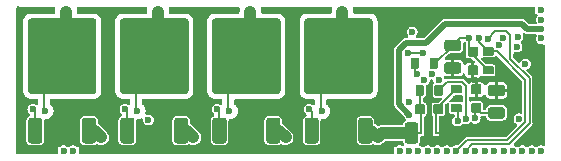
<source format=gtl>
G04 #@! TF.GenerationSoftware,KiCad,Pcbnew,7.0.9*
G04 #@! TF.CreationDate,2024-03-27T02:29:44+03:00*
G04 #@! TF.ProjectId,hellen1-mcz33810,68656c6c-656e-4312-9d6d-637a33333831,rev?*
G04 #@! TF.SameCoordinates,PX507b070PY4a65690*
G04 #@! TF.FileFunction,Copper,L1,Top*
G04 #@! TF.FilePolarity,Positive*
%FSLAX46Y46*%
G04 Gerber Fmt 4.6, Leading zero omitted, Abs format (unit mm)*
G04 Created by KiCad (PCBNEW 7.0.9) date 2024-03-27 02:29:44*
%MOMM*%
%LPD*%
G01*
G04 APERTURE LIST*
G04 #@! TA.AperFunction,ComponentPad*
%ADD10C,0.600000*%
G04 #@! TD*
G04 #@! TA.AperFunction,SMDPad,CuDef*
%ADD11R,0.200000X12.500000*%
G04 #@! TD*
G04 #@! TA.AperFunction,SMDPad,CuDef*
%ADD12R,3.300000X0.200000*%
G04 #@! TD*
G04 #@! TA.AperFunction,SMDPad,CuDef*
%ADD13R,3.500000X0.200000*%
G04 #@! TD*
G04 #@! TA.AperFunction,SMDPad,CuDef*
%ADD14R,6.000000X0.200000*%
G04 #@! TD*
G04 #@! TA.AperFunction,SMDPad,CuDef*
%ADD15R,26.650000X0.200000*%
G04 #@! TD*
G04 #@! TA.AperFunction,SMDPad,CuDef*
%ADD16R,15.400000X0.200000*%
G04 #@! TD*
G04 #@! TA.AperFunction,SMDPad,CuDef*
%ADD17R,0.200000X8.500000*%
G04 #@! TD*
G04 #@! TA.AperFunction,ComponentPad*
%ADD18C,1.000000*%
G04 #@! TD*
G04 #@! TA.AperFunction,ViaPad*
%ADD19C,0.600000*%
G04 #@! TD*
G04 #@! TA.AperFunction,ViaPad*
%ADD20C,0.900000*%
G04 #@! TD*
G04 #@! TA.AperFunction,Conductor*
%ADD21C,0.200000*%
G04 #@! TD*
G04 #@! TA.AperFunction,Conductor*
%ADD22C,1.000000*%
G04 #@! TD*
G04 #@! TA.AperFunction,Conductor*
%ADD23C,0.500000*%
G04 #@! TD*
G04 APERTURE END LIST*
G04 #@! TA.AperFunction,EtchedComponent*
G04 #@! TO.C,R805*
G36*
X34284960Y1735000D02*
G01*
X33359960Y1735000D01*
X33359960Y1885000D01*
X34284960Y1885000D01*
X34284960Y1735000D01*
G37*
G04 #@! TD.AperFunction*
G04 #@! TA.AperFunction,EtchedComponent*
G36*
X36479980Y1735000D02*
G01*
X35554980Y1735000D01*
X35554980Y1885000D01*
X36479980Y1885000D01*
X36479980Y1735000D01*
G37*
G04 #@! TD.AperFunction*
G04 #@! TD*
G04 #@! TO.P,Q803,1,G*
G04 #@! TO.N,Net-(Q803-G)*
G04 #@! TA.AperFunction,SMDPad,CuDef*
G36*
G01*
X17560000Y910000D02*
X16860000Y910000D01*
G75*
G02*
X16610000Y1160000I0J250000D01*
G01*
X16610000Y2860000D01*
G75*
G02*
X16860000Y3110000I250000J0D01*
G01*
X17560000Y3110000D01*
G75*
G02*
X17810000Y2860000I0J-250000D01*
G01*
X17810000Y1160000D01*
G75*
G02*
X17560000Y910000I-250000J0D01*
G01*
G37*
G04 #@! TD.AperFunction*
G04 #@! TO.P,Q803,2,C*
G04 #@! TO.N,/OUT_IGN3*
G04 #@! TA.AperFunction,SMDPad,CuDef*
G36*
G01*
X19090000Y5110000D02*
X16840000Y5110000D01*
G75*
G02*
X16590000Y5360000I0J250000D01*
G01*
X16590000Y7910000D01*
G75*
G02*
X16840000Y8160000I250000J0D01*
G01*
X19090000Y8160000D01*
G75*
G02*
X19340000Y7910000I0J-250000D01*
G01*
X19340000Y5360000D01*
G75*
G02*
X19090000Y5110000I-250000J0D01*
G01*
G37*
G04 #@! TD.AperFunction*
G04 #@! TA.AperFunction,SMDPad,CuDef*
G36*
G01*
X22140000Y5110000D02*
X19890000Y5110000D01*
G75*
G02*
X19640000Y5360000I0J250000D01*
G01*
X19640000Y7910000D01*
G75*
G02*
X19890000Y8160000I250000J0D01*
G01*
X22140000Y8160000D01*
G75*
G02*
X22390000Y7910000I0J-250000D01*
G01*
X22390000Y5360000D01*
G75*
G02*
X22140000Y5110000I-250000J0D01*
G01*
G37*
G04 #@! TD.AperFunction*
G04 #@! TA.AperFunction,SMDPad,CuDef*
G36*
G01*
X22140003Y5110000D02*
X16839997Y5110000D01*
G75*
G02*
X16590000Y5359997I0J249997D01*
G01*
X16590000Y11260003D01*
G75*
G02*
X16839997Y11510000I249997J0D01*
G01*
X22140003Y11510000D01*
G75*
G02*
X22390000Y11260003I0J-249997D01*
G01*
X22390000Y5359997D01*
G75*
G02*
X22140003Y5110000I-249997J0D01*
G01*
G37*
G04 #@! TD.AperFunction*
G04 #@! TA.AperFunction,SMDPad,CuDef*
G36*
G01*
X19090000Y8460000D02*
X16840000Y8460000D01*
G75*
G02*
X16590000Y8710000I0J250000D01*
G01*
X16590000Y11260000D01*
G75*
G02*
X16840000Y11510000I250000J0D01*
G01*
X19090000Y11510000D01*
G75*
G02*
X19340000Y11260000I0J-250000D01*
G01*
X19340000Y8710000D01*
G75*
G02*
X19090000Y8460000I-250000J0D01*
G01*
G37*
G04 #@! TD.AperFunction*
G04 #@! TA.AperFunction,SMDPad,CuDef*
G36*
G01*
X22140000Y8460000D02*
X19890000Y8460000D01*
G75*
G02*
X19640000Y8710000I0J250000D01*
G01*
X19640000Y11260000D01*
G75*
G02*
X19890000Y11510000I250000J0D01*
G01*
X22140000Y11510000D01*
G75*
G02*
X22390000Y11260000I0J-250000D01*
G01*
X22390000Y8710000D01*
G75*
G02*
X22140000Y8460000I-250000J0D01*
G01*
G37*
G04 #@! TD.AperFunction*
G04 #@! TO.P,Q803,3,E*
G04 #@! TO.N,Net-(Q801-E)*
G04 #@! TA.AperFunction,SMDPad,CuDef*
G36*
G01*
X22120000Y910000D02*
X21420000Y910000D01*
G75*
G02*
X21170000Y1160000I0J250000D01*
G01*
X21170000Y2860000D01*
G75*
G02*
X21420000Y3110000I250000J0D01*
G01*
X22120000Y3110000D01*
G75*
G02*
X22370000Y2860000I0J-250000D01*
G01*
X22370000Y1160000D01*
G75*
G02*
X22120000Y910000I-250000J0D01*
G01*
G37*
G04 #@! TD.AperFunction*
G04 #@! TD*
G04 #@! TO.P,Q804,1,G*
G04 #@! TO.N,Net-(Q804-G)*
G04 #@! TA.AperFunction,SMDPad,CuDef*
G36*
G01*
X25360000Y910000D02*
X24660000Y910000D01*
G75*
G02*
X24410000Y1160000I0J250000D01*
G01*
X24410000Y2860000D01*
G75*
G02*
X24660000Y3110000I250000J0D01*
G01*
X25360000Y3110000D01*
G75*
G02*
X25610000Y2860000I0J-250000D01*
G01*
X25610000Y1160000D01*
G75*
G02*
X25360000Y910000I-250000J0D01*
G01*
G37*
G04 #@! TD.AperFunction*
G04 #@! TO.P,Q804,2,C*
G04 #@! TO.N,/OUT_IGN4*
G04 #@! TA.AperFunction,SMDPad,CuDef*
G36*
G01*
X26890000Y5110000D02*
X24640000Y5110000D01*
G75*
G02*
X24390000Y5360000I0J250000D01*
G01*
X24390000Y7910000D01*
G75*
G02*
X24640000Y8160000I250000J0D01*
G01*
X26890000Y8160000D01*
G75*
G02*
X27140000Y7910000I0J-250000D01*
G01*
X27140000Y5360000D01*
G75*
G02*
X26890000Y5110000I-250000J0D01*
G01*
G37*
G04 #@! TD.AperFunction*
G04 #@! TA.AperFunction,SMDPad,CuDef*
G36*
G01*
X29940000Y5110000D02*
X27690000Y5110000D01*
G75*
G02*
X27440000Y5360000I0J250000D01*
G01*
X27440000Y7910000D01*
G75*
G02*
X27690000Y8160000I250000J0D01*
G01*
X29940000Y8160000D01*
G75*
G02*
X30190000Y7910000I0J-250000D01*
G01*
X30190000Y5360000D01*
G75*
G02*
X29940000Y5110000I-250000J0D01*
G01*
G37*
G04 #@! TD.AperFunction*
G04 #@! TA.AperFunction,SMDPad,CuDef*
G36*
G01*
X29940003Y5110000D02*
X24639997Y5110000D01*
G75*
G02*
X24390000Y5359997I0J249997D01*
G01*
X24390000Y11260003D01*
G75*
G02*
X24639997Y11510000I249997J0D01*
G01*
X29940003Y11510000D01*
G75*
G02*
X30190000Y11260003I0J-249997D01*
G01*
X30190000Y5359997D01*
G75*
G02*
X29940003Y5110000I-249997J0D01*
G01*
G37*
G04 #@! TD.AperFunction*
G04 #@! TA.AperFunction,SMDPad,CuDef*
G36*
G01*
X26890000Y8460000D02*
X24640000Y8460000D01*
G75*
G02*
X24390000Y8710000I0J250000D01*
G01*
X24390000Y11260000D01*
G75*
G02*
X24640000Y11510000I250000J0D01*
G01*
X26890000Y11510000D01*
G75*
G02*
X27140000Y11260000I0J-250000D01*
G01*
X27140000Y8710000D01*
G75*
G02*
X26890000Y8460000I-250000J0D01*
G01*
G37*
G04 #@! TD.AperFunction*
G04 #@! TA.AperFunction,SMDPad,CuDef*
G36*
G01*
X29940000Y8460000D02*
X27690000Y8460000D01*
G75*
G02*
X27440000Y8710000I0J250000D01*
G01*
X27440000Y11260000D01*
G75*
G02*
X27690000Y11510000I250000J0D01*
G01*
X29940000Y11510000D01*
G75*
G02*
X30190000Y11260000I0J-250000D01*
G01*
X30190000Y8710000D01*
G75*
G02*
X29940000Y8460000I-250000J0D01*
G01*
G37*
G04 #@! TD.AperFunction*
G04 #@! TO.P,Q804,3,E*
G04 #@! TO.N,Net-(Q801-E)*
G04 #@! TA.AperFunction,SMDPad,CuDef*
G36*
G01*
X29920000Y910000D02*
X29220000Y910000D01*
G75*
G02*
X28970000Y1160000I0J250000D01*
G01*
X28970000Y2860000D01*
G75*
G02*
X29220000Y3110000I250000J0D01*
G01*
X29920000Y3110000D01*
G75*
G02*
X30170000Y2860000I0J-250000D01*
G01*
X30170000Y1160000D01*
G75*
G02*
X29920000Y910000I-250000J0D01*
G01*
G37*
G04 #@! TD.AperFunction*
G04 #@! TD*
G04 #@! TO.P,R805,1,1*
G04 #@! TO.N,Net-(Q801-E)*
G04 #@! TA.AperFunction,SMDPad,CuDef*
G36*
G01*
X33804980Y910000D02*
X33114980Y910000D01*
G75*
G02*
X32884980Y1140000I0J230000D01*
G01*
X32884980Y2480000D01*
G75*
G02*
X33114980Y2710000I230000J0D01*
G01*
X33804980Y2710000D01*
G75*
G02*
X34034980Y2480000I0J-230000D01*
G01*
X34034980Y1140000D01*
G75*
G02*
X33804980Y910000I-230000J0D01*
G01*
G37*
G04 #@! TD.AperFunction*
G04 #@! TO.P,R805,2,2*
G04 #@! TO.N,Net-(C803-Pad1)*
G04 #@! TA.AperFunction,SMDPad,CuDef*
G36*
G01*
X34355000Y1735000D02*
X34265000Y1735000D01*
G75*
G02*
X34235000Y1765000I0J30000D01*
G01*
X34235000Y1855000D01*
G75*
G02*
X34265000Y1885000I30000J0D01*
G01*
X34355000Y1885000D01*
G75*
G02*
X34385000Y1855000I0J-30000D01*
G01*
X34385000Y1765000D01*
G75*
G02*
X34355000Y1735000I-30000J0D01*
G01*
G37*
G04 #@! TD.AperFunction*
G04 #@! TO.P,R805,3,3*
G04 #@! TO.N,Net-(C803-Pad2)*
G04 #@! TA.AperFunction,SMDPad,CuDef*
G36*
G01*
X35464980Y1885000D02*
X35554980Y1885000D01*
G75*
G02*
X35584980Y1855000I0J-30000D01*
G01*
X35584980Y1765000D01*
G75*
G02*
X35554980Y1735000I-30000J0D01*
G01*
X35464980Y1735000D01*
G75*
G02*
X35434980Y1765000I0J30000D01*
G01*
X35434980Y1855000D01*
G75*
G02*
X35464980Y1885000I30000J0D01*
G01*
G37*
G04 #@! TD.AperFunction*
G04 #@! TO.P,R805,4,4*
G04 #@! TO.N,GND*
G04 #@! TA.AperFunction,SMDPad,CuDef*
G36*
G01*
X36015000Y2710000D02*
X36705000Y2710000D01*
G75*
G02*
X36935000Y2480000I0J-230000D01*
G01*
X36935000Y1140000D01*
G75*
G02*
X36705000Y910000I-230000J0D01*
G01*
X36015000Y910000D01*
G75*
G02*
X35785000Y1140000I0J230000D01*
G01*
X35785000Y2480000D01*
G75*
G02*
X36015000Y2710000I230000J0D01*
G01*
G37*
G04 #@! TD.AperFunction*
G04 #@! TD*
G04 #@! TO.P,C804,1*
G04 #@! TO.N,+12V*
G04 #@! TA.AperFunction,SMDPad,CuDef*
G36*
G01*
X39300000Y3494999D02*
X38620000Y3494999D01*
G75*
G02*
X38535000Y3579999I0J85000D01*
G01*
X38535000Y4259999D01*
G75*
G02*
X38620000Y4344999I85000J0D01*
G01*
X39300000Y4344999D01*
G75*
G02*
X39385000Y4259999I0J-85000D01*
G01*
X39385000Y3579999D01*
G75*
G02*
X39300000Y3494999I-85000J0D01*
G01*
G37*
G04 #@! TD.AperFunction*
G04 #@! TO.P,C804,2*
G04 #@! TO.N,GND*
G04 #@! TA.AperFunction,SMDPad,CuDef*
G36*
G01*
X39300000Y5075001D02*
X38620000Y5075001D01*
G75*
G02*
X38535000Y5160001I0J85000D01*
G01*
X38535000Y5840001D01*
G75*
G02*
X38620000Y5925001I85000J0D01*
G01*
X39300000Y5925001D01*
G75*
G02*
X39385000Y5840001I0J-85000D01*
G01*
X39385000Y5160001D01*
G75*
G02*
X39300000Y5075001I-85000J0D01*
G01*
G37*
G04 #@! TD.AperFunction*
G04 #@! TD*
G04 #@! TO.P,R804,1*
G04 #@! TO.N,Net-(U801-RSN)*
G04 #@! TA.AperFunction,SMDPad,CuDef*
G36*
G01*
X37650000Y3560000D02*
X36870000Y3560000D01*
G75*
G02*
X36800000Y3630000I0J70000D01*
G01*
X36800000Y4190000D01*
G75*
G02*
X36870000Y4260000I70000J0D01*
G01*
X37650000Y4260000D01*
G75*
G02*
X37720000Y4190000I0J-70000D01*
G01*
X37720000Y3630000D01*
G75*
G02*
X37650000Y3560000I-70000J0D01*
G01*
G37*
G04 #@! TD.AperFunction*
G04 #@! TO.P,R804,2*
G04 #@! TO.N,Net-(C803-Pad2)*
G04 #@! TA.AperFunction,SMDPad,CuDef*
G36*
G01*
X37650000Y5160000D02*
X36870000Y5160000D01*
G75*
G02*
X36800000Y5230000I0J70000D01*
G01*
X36800000Y5790000D01*
G75*
G02*
X36870000Y5860000I70000J0D01*
G01*
X37650000Y5860000D01*
G75*
G02*
X37720000Y5790000I0J-70000D01*
G01*
X37720000Y5230000D01*
G75*
G02*
X37650000Y5160000I-70000J0D01*
G01*
G37*
G04 #@! TD.AperFunction*
G04 #@! TD*
G04 #@! TO.P,Q802,1,G*
G04 #@! TO.N,Net-(Q802-G)*
G04 #@! TA.AperFunction,SMDPad,CuDef*
G36*
G01*
X9760000Y910000D02*
X9060000Y910000D01*
G75*
G02*
X8810000Y1160000I0J250000D01*
G01*
X8810000Y2860000D01*
G75*
G02*
X9060000Y3110000I250000J0D01*
G01*
X9760000Y3110000D01*
G75*
G02*
X10010000Y2860000I0J-250000D01*
G01*
X10010000Y1160000D01*
G75*
G02*
X9760000Y910000I-250000J0D01*
G01*
G37*
G04 #@! TD.AperFunction*
G04 #@! TO.P,Q802,2,C*
G04 #@! TO.N,/OUT_IGN2*
G04 #@! TA.AperFunction,SMDPad,CuDef*
G36*
G01*
X11290000Y5110000D02*
X9040000Y5110000D01*
G75*
G02*
X8790000Y5360000I0J250000D01*
G01*
X8790000Y7910000D01*
G75*
G02*
X9040000Y8160000I250000J0D01*
G01*
X11290000Y8160000D01*
G75*
G02*
X11540000Y7910000I0J-250000D01*
G01*
X11540000Y5360000D01*
G75*
G02*
X11290000Y5110000I-250000J0D01*
G01*
G37*
G04 #@! TD.AperFunction*
G04 #@! TA.AperFunction,SMDPad,CuDef*
G36*
G01*
X14340000Y5110000D02*
X12090000Y5110000D01*
G75*
G02*
X11840000Y5360000I0J250000D01*
G01*
X11840000Y7910000D01*
G75*
G02*
X12090000Y8160000I250000J0D01*
G01*
X14340000Y8160000D01*
G75*
G02*
X14590000Y7910000I0J-250000D01*
G01*
X14590000Y5360000D01*
G75*
G02*
X14340000Y5110000I-250000J0D01*
G01*
G37*
G04 #@! TD.AperFunction*
G04 #@! TA.AperFunction,SMDPad,CuDef*
G36*
G01*
X14340003Y5110000D02*
X9039997Y5110000D01*
G75*
G02*
X8790000Y5359997I0J249997D01*
G01*
X8790000Y11260003D01*
G75*
G02*
X9039997Y11510000I249997J0D01*
G01*
X14340003Y11510000D01*
G75*
G02*
X14590000Y11260003I0J-249997D01*
G01*
X14590000Y5359997D01*
G75*
G02*
X14340003Y5110000I-249997J0D01*
G01*
G37*
G04 #@! TD.AperFunction*
G04 #@! TA.AperFunction,SMDPad,CuDef*
G36*
G01*
X11290000Y8460000D02*
X9040000Y8460000D01*
G75*
G02*
X8790000Y8710000I0J250000D01*
G01*
X8790000Y11260000D01*
G75*
G02*
X9040000Y11510000I250000J0D01*
G01*
X11290000Y11510000D01*
G75*
G02*
X11540000Y11260000I0J-250000D01*
G01*
X11540000Y8710000D01*
G75*
G02*
X11290000Y8460000I-250000J0D01*
G01*
G37*
G04 #@! TD.AperFunction*
G04 #@! TA.AperFunction,SMDPad,CuDef*
G36*
G01*
X14340000Y8460000D02*
X12090000Y8460000D01*
G75*
G02*
X11840000Y8710000I0J250000D01*
G01*
X11840000Y11260000D01*
G75*
G02*
X12090000Y11510000I250000J0D01*
G01*
X14340000Y11510000D01*
G75*
G02*
X14590000Y11260000I0J-250000D01*
G01*
X14590000Y8710000D01*
G75*
G02*
X14340000Y8460000I-250000J0D01*
G01*
G37*
G04 #@! TD.AperFunction*
G04 #@! TO.P,Q802,3,E*
G04 #@! TO.N,Net-(Q801-E)*
G04 #@! TA.AperFunction,SMDPad,CuDef*
G36*
G01*
X14320000Y910000D02*
X13620000Y910000D01*
G75*
G02*
X13370000Y1160000I0J250000D01*
G01*
X13370000Y2860000D01*
G75*
G02*
X13620000Y3110000I250000J0D01*
G01*
X14320000Y3110000D01*
G75*
G02*
X14570000Y2860000I0J-250000D01*
G01*
X14570000Y1160000D01*
G75*
G02*
X14320000Y910000I-250000J0D01*
G01*
G37*
G04 #@! TD.AperFunction*
G04 #@! TD*
G04 #@! TO.P,R803,1*
G04 #@! TO.N,Net-(U801-RSP)*
G04 #@! TA.AperFunction,SMDPad,CuDef*
G36*
G01*
X36110000Y5800000D02*
X36110000Y5020000D01*
G75*
G02*
X36040000Y4950000I-70000J0D01*
G01*
X35480000Y4950000D01*
G75*
G02*
X35410000Y5020000I0J70000D01*
G01*
X35410000Y5800000D01*
G75*
G02*
X35480000Y5870000I70000J0D01*
G01*
X36040000Y5870000D01*
G75*
G02*
X36110000Y5800000I0J-70000D01*
G01*
G37*
G04 #@! TD.AperFunction*
G04 #@! TO.P,R803,2*
G04 #@! TO.N,Net-(C803-Pad1)*
G04 #@! TA.AperFunction,SMDPad,CuDef*
G36*
G01*
X34510000Y5800000D02*
X34510000Y5020000D01*
G75*
G02*
X34440000Y4950000I-70000J0D01*
G01*
X33880000Y4950000D01*
G75*
G02*
X33810000Y5020000I0J70000D01*
G01*
X33810000Y5800000D01*
G75*
G02*
X33880000Y5870000I70000J0D01*
G01*
X34440000Y5870000D01*
G75*
G02*
X34510000Y5800000I0J-70000D01*
G01*
G37*
G04 #@! TD.AperFunction*
G04 #@! TD*
D10*
G04 #@! TO.P,M801,E1,OUT_INJ4*
G04 #@! TO.N,/OUT_INJ4*
X44460000Y9810000D03*
G04 #@! TO.P,M801,E2,OUT_INJ3*
G04 #@! TO.N,/OUT_INJ3*
X44460000Y10610000D03*
G04 #@! TO.P,M801,E3,OUT_INJ1*
G04 #@! TO.N,/OUT_INJ1*
X44460000Y11410000D03*
G04 #@! TO.P,M801,E4,OUT_INJ2*
G04 #@! TO.N,/OUT_INJ2*
X44460000Y12210000D03*
D11*
G04 #@! TO.P,M801,G,GND*
G04 #@! TO.N,GND*
X110000Y6260000D03*
D12*
X1660000Y12410000D03*
D13*
X1760000Y110000D03*
D14*
X8110000Y12410000D03*
X15910000Y12410000D03*
D15*
X18635000Y110000D03*
D14*
X23710000Y12410000D03*
D16*
X36260000Y12410000D03*
D17*
X44660000Y5060000D03*
D18*
G04 #@! TO.P,M801,N1,OUT_IGN1*
G04 #@! TO.N,/OUT_IGN1*
X4210000Y12010000D03*
G04 #@! TO.P,M801,N2,OUT_IGN2*
G04 #@! TO.N,/OUT_IGN2*
X12010000Y12010000D03*
G04 #@! TO.P,M801,N3,OUT_IGN3*
G04 #@! TO.N,/OUT_IGN3*
X19810000Y12010000D03*
G04 #@! TO.P,M801,N4,OUT_IGN4*
G04 #@! TO.N,/OUT_IGN4*
X27610000Y12010000D03*
D10*
G04 #@! TO.P,M801,S1,INJ4*
G04 #@! TO.N,/INJ4*
X44460000Y310000D03*
G04 #@! TO.P,M801,S2,INJ3*
G04 #@! TO.N,/INJ3*
X43660000Y310000D03*
G04 #@! TO.P,M801,S3,INJ2*
G04 #@! TO.N,/INJ2*
X42860000Y310000D03*
G04 #@! TO.P,M801,S4,~SPKDUR*
G04 #@! TO.N,/~SPKDUR*
X42060000Y310000D03*
G04 #@! TO.P,M801,S5,IGN4*
G04 #@! TO.N,/IGN4*
X41260000Y310000D03*
G04 #@! TO.P,M801,S6,IGN3*
G04 #@! TO.N,/IGN3*
X40460000Y310000D03*
G04 #@! TO.P,M801,S7,IGN2*
G04 #@! TO.N,/IGN2*
X39660000Y310000D03*
G04 #@! TO.P,M801,S8,IGN1*
G04 #@! TO.N,/IGN1*
X38860000Y310000D03*
G04 #@! TO.P,M801,S9,INJ1*
G04 #@! TO.N,/INJ1*
X38060000Y310000D03*
G04 #@! TO.P,M801,S10,~OUTEN*
G04 #@! TO.N,/~OUTEN*
X37260000Y310000D03*
G04 #@! TO.P,M801,S11,NOMI*
G04 #@! TO.N,/NOMI*
X36460000Y310000D03*
G04 #@! TO.P,M801,S12,MAXI*
G04 #@! TO.N,/MAXI*
X35660000Y310000D03*
G04 #@! TO.P,M801,S13,MISO*
G04 #@! TO.N,/MISO*
X34860000Y310000D03*
G04 #@! TO.P,M801,S14,MOSI*
G04 #@! TO.N,/MOSI*
X34060000Y310000D03*
G04 #@! TO.P,M801,S15,SCLK*
G04 #@! TO.N,/SCLK*
X33260000Y310000D03*
G04 #@! TO.P,M801,S16,~CS*
G04 #@! TO.N,/~CS*
X32460000Y310000D03*
G04 #@! TO.P,M801,S17,12V_IN*
G04 #@! TO.N,+12V*
X4810000Y310000D03*
G04 #@! TO.P,M801,S18,3V3_IN*
G04 #@! TO.N,+3V3*
X4010000Y310000D03*
G04 #@! TD*
G04 #@! TO.P,C802,1*
G04 #@! TO.N,GND*
G04 #@! TA.AperFunction,SMDPad,CuDef*
G36*
G01*
X37435000Y6810000D02*
X36485000Y6810000D01*
G75*
G02*
X36235000Y7060000I0J250000D01*
G01*
X36235000Y7560000D01*
G75*
G02*
X36485000Y7810000I250000J0D01*
G01*
X37435000Y7810000D01*
G75*
G02*
X37685000Y7560000I0J-250000D01*
G01*
X37685000Y7060000D01*
G75*
G02*
X37435000Y6810000I-250000J0D01*
G01*
G37*
G04 #@! TD.AperFunction*
G04 #@! TO.P,C802,2*
G04 #@! TO.N,+3V3*
G04 #@! TA.AperFunction,SMDPad,CuDef*
G36*
G01*
X37435000Y8710000D02*
X36485000Y8710000D01*
G75*
G02*
X36235000Y8960000I0J250000D01*
G01*
X36235000Y9460000D01*
G75*
G02*
X36485000Y9710000I250000J0D01*
G01*
X37435000Y9710000D01*
G75*
G02*
X37685000Y9460000I0J-250000D01*
G01*
X37685000Y8960000D01*
G75*
G02*
X37435000Y8710000I-250000J0D01*
G01*
G37*
G04 #@! TD.AperFunction*
G04 #@! TD*
G04 #@! TO.P,R801,1*
G04 #@! TO.N,/~OUTEN*
G04 #@! TA.AperFunction,SMDPad,CuDef*
G36*
G01*
X39570000Y9060000D02*
X40350000Y9060000D01*
G75*
G02*
X40420000Y8990000I0J-70000D01*
G01*
X40420000Y8430000D01*
G75*
G02*
X40350000Y8360000I-70000J0D01*
G01*
X39570000Y8360000D01*
G75*
G02*
X39500000Y8430000I0J70000D01*
G01*
X39500000Y8990000D01*
G75*
G02*
X39570000Y9060000I70000J0D01*
G01*
G37*
G04 #@! TD.AperFunction*
G04 #@! TO.P,R801,2*
G04 #@! TO.N,+3V3*
G04 #@! TA.AperFunction,SMDPad,CuDef*
G36*
G01*
X39570000Y7460000D02*
X40350000Y7460000D01*
G75*
G02*
X40420000Y7390000I0J-70000D01*
G01*
X40420000Y6830000D01*
G75*
G02*
X40350000Y6760000I-70000J0D01*
G01*
X39570000Y6760000D01*
G75*
G02*
X39500000Y6830000I0J70000D01*
G01*
X39500000Y7390000D01*
G75*
G02*
X39570000Y7460000I70000J0D01*
G01*
G37*
G04 #@! TD.AperFunction*
G04 #@! TD*
G04 #@! TO.P,Q801,1,G*
G04 #@! TO.N,Net-(Q801-G)*
G04 #@! TA.AperFunction,SMDPad,CuDef*
G36*
G01*
X1960000Y910000D02*
X1260000Y910000D01*
G75*
G02*
X1010000Y1160000I0J250000D01*
G01*
X1010000Y2860000D01*
G75*
G02*
X1260000Y3110000I250000J0D01*
G01*
X1960000Y3110000D01*
G75*
G02*
X2210000Y2860000I0J-250000D01*
G01*
X2210000Y1160000D01*
G75*
G02*
X1960000Y910000I-250000J0D01*
G01*
G37*
G04 #@! TD.AperFunction*
G04 #@! TO.P,Q801,2,C*
G04 #@! TO.N,/OUT_IGN1*
G04 #@! TA.AperFunction,SMDPad,CuDef*
G36*
G01*
X3490000Y5110000D02*
X1240000Y5110000D01*
G75*
G02*
X990000Y5360000I0J250000D01*
G01*
X990000Y7910000D01*
G75*
G02*
X1240000Y8160000I250000J0D01*
G01*
X3490000Y8160000D01*
G75*
G02*
X3740000Y7910000I0J-250000D01*
G01*
X3740000Y5360000D01*
G75*
G02*
X3490000Y5110000I-250000J0D01*
G01*
G37*
G04 #@! TD.AperFunction*
G04 #@! TA.AperFunction,SMDPad,CuDef*
G36*
G01*
X6540000Y5110000D02*
X4290000Y5110000D01*
G75*
G02*
X4040000Y5360000I0J250000D01*
G01*
X4040000Y7910000D01*
G75*
G02*
X4290000Y8160000I250000J0D01*
G01*
X6540000Y8160000D01*
G75*
G02*
X6790000Y7910000I0J-250000D01*
G01*
X6790000Y5360000D01*
G75*
G02*
X6540000Y5110000I-250000J0D01*
G01*
G37*
G04 #@! TD.AperFunction*
G04 #@! TA.AperFunction,SMDPad,CuDef*
G36*
G01*
X6540003Y5110000D02*
X1239997Y5110000D01*
G75*
G02*
X990000Y5359997I0J249997D01*
G01*
X990000Y11260003D01*
G75*
G02*
X1239997Y11510000I249997J0D01*
G01*
X6540003Y11510000D01*
G75*
G02*
X6790000Y11260003I0J-249997D01*
G01*
X6790000Y5359997D01*
G75*
G02*
X6540003Y5110000I-249997J0D01*
G01*
G37*
G04 #@! TD.AperFunction*
G04 #@! TA.AperFunction,SMDPad,CuDef*
G36*
G01*
X3490000Y8460000D02*
X1240000Y8460000D01*
G75*
G02*
X990000Y8710000I0J250000D01*
G01*
X990000Y11260000D01*
G75*
G02*
X1240000Y11510000I250000J0D01*
G01*
X3490000Y11510000D01*
G75*
G02*
X3740000Y11260000I0J-250000D01*
G01*
X3740000Y8710000D01*
G75*
G02*
X3490000Y8460000I-250000J0D01*
G01*
G37*
G04 #@! TD.AperFunction*
G04 #@! TA.AperFunction,SMDPad,CuDef*
G36*
G01*
X6540000Y8460000D02*
X4290000Y8460000D01*
G75*
G02*
X4040000Y8710000I0J250000D01*
G01*
X4040000Y11260000D01*
G75*
G02*
X4290000Y11510000I250000J0D01*
G01*
X6540000Y11510000D01*
G75*
G02*
X6790000Y11260000I0J-250000D01*
G01*
X6790000Y8710000D01*
G75*
G02*
X6540000Y8460000I-250000J0D01*
G01*
G37*
G04 #@! TD.AperFunction*
G04 #@! TO.P,Q801,3,E*
G04 #@! TO.N,Net-(Q801-E)*
G04 #@! TA.AperFunction,SMDPad,CuDef*
G36*
G01*
X6520000Y910000D02*
X5820000Y910000D01*
G75*
G02*
X5570000Y1160000I0J250000D01*
G01*
X5570000Y2860000D01*
G75*
G02*
X5820000Y3110000I250000J0D01*
G01*
X6520000Y3110000D01*
G75*
G02*
X6770000Y2860000I0J-250000D01*
G01*
X6770000Y1160000D01*
G75*
G02*
X6520000Y910000I-250000J0D01*
G01*
G37*
G04 #@! TD.AperFunction*
G04 #@! TD*
G04 #@! TO.P,R802,1*
G04 #@! TO.N,/~CS*
G04 #@! TA.AperFunction,SMDPad,CuDef*
G36*
G01*
X33410000Y7320000D02*
X33410000Y8100000D01*
G75*
G02*
X33480000Y8170000I70000J0D01*
G01*
X34040000Y8170000D01*
G75*
G02*
X34110000Y8100000I0J-70000D01*
G01*
X34110000Y7320000D01*
G75*
G02*
X34040000Y7250000I-70000J0D01*
G01*
X33480000Y7250000D01*
G75*
G02*
X33410000Y7320000I0J70000D01*
G01*
G37*
G04 #@! TD.AperFunction*
G04 #@! TO.P,R802,2*
G04 #@! TO.N,+3V3*
G04 #@! TA.AperFunction,SMDPad,CuDef*
G36*
G01*
X35010000Y7320000D02*
X35010000Y8100000D01*
G75*
G02*
X35080000Y8170000I70000J0D01*
G01*
X35640000Y8170000D01*
G75*
G02*
X35710000Y8100000I0J-70000D01*
G01*
X35710000Y7320000D01*
G75*
G02*
X35640000Y7250000I-70000J0D01*
G01*
X35080000Y7250000D01*
G75*
G02*
X35010000Y7320000I0J70000D01*
G01*
G37*
G04 #@! TD.AperFunction*
G04 #@! TD*
G04 #@! TO.P,C805,1*
G04 #@! TO.N,GND*
G04 #@! TA.AperFunction,SMDPad,CuDef*
G36*
G01*
X40185000Y5910000D02*
X41135000Y5910000D01*
G75*
G02*
X41385000Y5660000I0J-250000D01*
G01*
X41385000Y5160000D01*
G75*
G02*
X41135000Y4910000I-250000J0D01*
G01*
X40185000Y4910000D01*
G75*
G02*
X39935000Y5160000I0J250000D01*
G01*
X39935000Y5660000D01*
G75*
G02*
X40185000Y5910000I250000J0D01*
G01*
G37*
G04 #@! TD.AperFunction*
G04 #@! TO.P,C805,2*
G04 #@! TO.N,+12V*
G04 #@! TA.AperFunction,SMDPad,CuDef*
G36*
G01*
X40185000Y4010000D02*
X41135000Y4010000D01*
G75*
G02*
X41385000Y3760000I0J-250000D01*
G01*
X41385000Y3260000D01*
G75*
G02*
X41135000Y3010000I-250000J0D01*
G01*
X40185000Y3010000D01*
G75*
G02*
X39935000Y3260000I0J250000D01*
G01*
X39935000Y3760000D01*
G75*
G02*
X40185000Y4010000I250000J0D01*
G01*
G37*
G04 #@! TD.AperFunction*
G04 #@! TD*
G04 #@! TO.P,C801,1*
G04 #@! TO.N,+3V3*
G04 #@! TA.AperFunction,SMDPad,CuDef*
G36*
G01*
X38320000Y9125001D02*
X39000000Y9125001D01*
G75*
G02*
X39085000Y9040001I0J-85000D01*
G01*
X39085000Y8360001D01*
G75*
G02*
X39000000Y8275001I-85000J0D01*
G01*
X38320000Y8275001D01*
G75*
G02*
X38235000Y8360001I0J85000D01*
G01*
X38235000Y9040001D01*
G75*
G02*
X38320000Y9125001I85000J0D01*
G01*
G37*
G04 #@! TD.AperFunction*
G04 #@! TO.P,C801,2*
G04 #@! TO.N,GND*
G04 #@! TA.AperFunction,SMDPad,CuDef*
G36*
G01*
X38320000Y7544999D02*
X39000000Y7544999D01*
G75*
G02*
X39085000Y7459999I0J-85000D01*
G01*
X39085000Y6779999D01*
G75*
G02*
X39000000Y6694999I-85000J0D01*
G01*
X38320000Y6694999D01*
G75*
G02*
X38235000Y6779999I0J85000D01*
G01*
X38235000Y7459999D01*
G75*
G02*
X38320000Y7544999I85000J0D01*
G01*
G37*
G04 #@! TD.AperFunction*
G04 #@! TD*
G04 #@! TO.P,C803,1*
G04 #@! TO.N,Net-(C803-Pad1)*
G04 #@! TA.AperFunction,SMDPad,CuDef*
G36*
G01*
X33744999Y3470000D02*
X33744999Y4150000D01*
G75*
G02*
X33829999Y4235000I85000J0D01*
G01*
X34509999Y4235000D01*
G75*
G02*
X34594999Y4150000I0J-85000D01*
G01*
X34594999Y3470000D01*
G75*
G02*
X34509999Y3385000I-85000J0D01*
G01*
X33829999Y3385000D01*
G75*
G02*
X33744999Y3470000I0J85000D01*
G01*
G37*
G04 #@! TD.AperFunction*
G04 #@! TO.P,C803,2*
G04 #@! TO.N,Net-(C803-Pad2)*
G04 #@! TA.AperFunction,SMDPad,CuDef*
G36*
G01*
X35325001Y3470000D02*
X35325001Y4150000D01*
G75*
G02*
X35410001Y4235000I85000J0D01*
G01*
X36090001Y4235000D01*
G75*
G02*
X36175001Y4150000I0J-85000D01*
G01*
X36175001Y3470000D01*
G75*
G02*
X36090001Y3385000I-85000J0D01*
G01*
X35410001Y3385000D01*
G75*
G02*
X35325001Y3470000I0J85000D01*
G01*
G37*
G04 #@! TD.AperFunction*
G04 #@! TD*
D19*
G04 #@! TO.N,GND*
X3960000Y1310000D03*
X43083372Y8760000D03*
X6010000Y3810000D03*
X16110000Y3510000D03*
X41769336Y2955147D03*
X40010000Y7910000D03*
X32060000Y3210000D03*
X36559774Y3033488D03*
X23787984Y12082360D03*
X8010000Y3910000D03*
X13360000Y3660000D03*
X40960000Y6560000D03*
X32310000Y11060000D03*
X15952120Y12068927D03*
X15610000Y8310000D03*
X33322602Y11874640D03*
X734093Y12210000D03*
X21477947Y3635679D03*
X16060000Y560000D03*
X28660000Y560000D03*
X39860000Y4410000D03*
X24010000Y3910000D03*
X41876117Y6226117D03*
X6775987Y450800D03*
X31810000Y860000D03*
X8010000Y8310000D03*
X39597686Y2879910D03*
X8153526Y12067988D03*
X29710000Y3559500D03*
X44210000Y4410000D03*
X41860000Y4210000D03*
X2810000Y560000D03*
X34907194Y4608129D03*
X37260000Y4710000D03*
X38860000Y6310000D03*
X809659Y559490D03*
X23510000Y8810000D03*
X36960000Y8260000D03*
G04 #@! TO.N,+3V3*
X38360000Y9810000D03*
G04 #@! TO.N,+12V*
X38860000Y3034000D03*
G04 #@! TO.N,/OUT_IGN1*
X2456804Y3670002D03*
G04 #@! TO.N,/OUT_IGN2*
X10256804Y3670002D03*
G04 #@! TO.N,Net-(U801-FB1)*
X42403323Y9076287D03*
X11200001Y2910000D03*
G04 #@! TO.N,/OUT_IGN3*
X18056804Y3670002D03*
G04 #@! TO.N,/OUT_IGN4*
X25856804Y3670002D03*
G04 #@! TO.N,Net-(Q801-G)*
X1410000Y3810000D03*
X34460000Y8560000D03*
X33210500Y8560000D03*
D20*
G04 #@! TO.N,Net-(Q801-E)*
X22810000Y1435500D03*
X15010000Y1435500D03*
X7210000Y1435500D03*
X30610000Y1435500D03*
D19*
G04 #@! TO.N,Net-(Q802-G)*
X9210000Y3810000D03*
X42473518Y9924300D03*
G04 #@! TO.N,Net-(Q803-G)*
X17010000Y3810000D03*
X33266041Y4461808D03*
G04 #@! TO.N,Net-(Q804-G)*
X24810000Y3810000D03*
X42560000Y3010000D03*
G04 #@! TO.N,/~OUTEN*
X39160000Y9810000D03*
G04 #@! TO.N,/~CS*
X33960000Y6810000D03*
G04 #@! TO.N,Net-(U801-RSP)*
X38093307Y3015265D03*
G04 #@! TO.N,Net-(U801-RSN)*
X37372049Y2809620D03*
G04 #@! TO.N,/OUT_INJ1*
X33523650Y10360000D03*
G04 #@! TO.N,/SCLK*
X34560000Y6310000D03*
G04 #@! TO.N,/MOSI*
X35171043Y6800500D03*
G04 #@! TO.N,/MISO*
X35760000Y6319500D03*
G04 #@! TO.N,/INJ1*
X39909978Y9803873D03*
G04 #@! TO.N,/INJ2*
X40869500Y9236002D03*
G04 #@! TO.N,/INJ3*
X41250162Y9882222D03*
G04 #@! TO.N,/OUT_INJ4*
X43110000Y7660000D03*
G04 #@! TO.N,/OUT_INJ3*
X33278688Y3362808D03*
G04 #@! TD*
D21*
G04 #@! TO.N,+3V3*
X38360000Y9000001D02*
X38660000Y8700001D01*
X36960000Y9210000D02*
X37560000Y9810000D01*
X37560000Y9810000D02*
X38360000Y9810000D01*
X38660000Y8700001D02*
X38660000Y8410000D01*
X38360000Y9810000D02*
X38360000Y9000001D01*
X38660000Y8410000D02*
X39960000Y7110000D01*
X35460000Y7710000D02*
X36960000Y9210000D01*
X35360000Y7710000D02*
X35460000Y7710000D01*
G04 #@! TO.N,Net-(C803-Pad1)*
X34310000Y1810000D02*
X34310000Y3669999D01*
X34310000Y3669999D02*
X34169999Y3810000D01*
X34169999Y5400001D02*
X34160000Y5410000D01*
X34169999Y3810000D02*
X34169999Y5400001D01*
G04 #@! TO.N,Net-(C803-Pad2)*
X37260000Y5510000D02*
X35750001Y4000001D01*
X35509980Y1810000D02*
X35509980Y3569979D01*
X35509980Y3569979D02*
X35750001Y3810000D01*
X35750001Y4000001D02*
X35750001Y3810000D01*
G04 #@! TO.N,+12V*
X38860000Y3819999D02*
X38960000Y3919999D01*
X39369999Y3510000D02*
X40660000Y3510000D01*
X38860000Y3034000D02*
X38860000Y3819999D01*
X38960000Y3919999D02*
X39369999Y3510000D01*
G04 #@! TO.N,/OUT_IGN1*
X2365000Y3761806D02*
X2365000Y6635000D01*
D22*
X4210000Y11190000D02*
X5415000Y9985000D01*
X4210000Y12010000D02*
X4210000Y11190000D01*
D21*
X2456804Y3670002D02*
X2365000Y3761806D01*
D22*
G04 #@! TO.N,/OUT_IGN2*
X12010000Y11190000D02*
X13215000Y9985000D01*
D21*
X10165000Y3761806D02*
X10165000Y6635000D01*
D22*
X12010000Y12010000D02*
X12010000Y11190000D01*
D21*
X10256804Y3670002D02*
X10165000Y3761806D01*
D22*
G04 #@! TO.N,/OUT_IGN3*
X19810000Y12010000D02*
X19810000Y11190000D01*
X19810000Y11190000D02*
X21015000Y9985000D01*
D21*
X18056804Y3670002D02*
X17965000Y3761806D01*
X17965000Y3761806D02*
X17965000Y6635000D01*
G04 #@! TO.N,/OUT_IGN4*
X25856804Y3670002D02*
X25765000Y3761806D01*
D22*
X27610000Y11190000D02*
X28815000Y9985000D01*
X27610000Y12010000D02*
X27610000Y11190000D01*
D21*
X25765000Y3761806D02*
X25765000Y6635000D01*
G04 #@! TO.N,Net-(Q801-G)*
X34460000Y8560000D02*
X33210500Y8560000D01*
X1610000Y3610000D02*
X1410000Y3810000D01*
X1610000Y2010000D02*
X1610000Y3610000D01*
D22*
G04 #@! TO.N,Net-(Q801-E)*
X30610000Y1435500D02*
X30984500Y1810000D01*
X22235500Y2010000D02*
X22810000Y1435500D01*
X30035500Y2010000D02*
X30610000Y1435500D01*
X6635500Y2010000D02*
X7210000Y1435500D01*
X13970000Y2010000D02*
X14435500Y2010000D01*
X6170000Y2010000D02*
X6635500Y2010000D01*
X14435500Y2010000D02*
X15010000Y1435500D01*
X29570000Y2010000D02*
X30035500Y2010000D01*
X21770000Y2010000D02*
X22235500Y2010000D01*
X30984500Y1810000D02*
X33459980Y1810000D01*
D21*
G04 #@! TO.N,Net-(Q802-G)*
X9410000Y3610000D02*
X9210000Y3810000D01*
X9410000Y2010000D02*
X9410000Y3610000D01*
G04 #@! TO.N,Net-(Q803-G)*
X17210000Y2010000D02*
X17210000Y3610000D01*
X17210000Y3610000D02*
X17010000Y3810000D01*
G04 #@! TO.N,Net-(Q804-G)*
X25010000Y3610000D02*
X24810000Y3810000D01*
X25010000Y2010000D02*
X25010000Y3610000D01*
G04 #@! TO.N,/~OUTEN*
X43110000Y2760000D02*
X43110000Y6310000D01*
X39160000Y9510000D02*
X39160000Y9810000D01*
X43110000Y6310000D02*
X40710000Y8710000D01*
X38160000Y1210000D02*
X41560000Y1210000D01*
X41560000Y1210000D02*
X43110000Y2760000D01*
X37260000Y310000D02*
X38160000Y1210000D01*
X40710000Y8710000D02*
X39960000Y8710000D01*
X39960000Y8710000D02*
X39160000Y9510000D01*
G04 #@! TO.N,/~CS*
X33760000Y7710000D02*
X33760000Y7010000D01*
X33760000Y7010000D02*
X33960000Y6810000D01*
G04 #@! TO.N,Net-(U801-RSP)*
X36460000Y6110000D02*
X35760000Y5410000D01*
X38093307Y3015265D02*
X38093307Y5801181D01*
X38093307Y5801181D02*
X37784488Y6110000D01*
X37784488Y6110000D02*
X36460000Y6110000D01*
G04 #@! TO.N,Net-(U801-RSN)*
X37372049Y2809620D02*
X37372049Y3797951D01*
X37372049Y3797951D02*
X37260000Y3910000D01*
G04 #@! TO.N,/INJ1*
X41845839Y8069135D02*
X41845839Y10064363D01*
X41845839Y10064363D02*
X41477980Y10432222D01*
X43460000Y2615026D02*
X43460000Y6454974D01*
X38060000Y310000D02*
X38610000Y860000D01*
X41704974Y860000D02*
X43460000Y2615026D01*
X41477980Y10432222D02*
X40538327Y10432222D01*
X40538327Y10432222D02*
X39909978Y9803873D01*
X43460000Y6454974D02*
X41845839Y8069135D01*
X38610000Y860000D02*
X41704974Y860000D01*
D23*
G04 #@! TO.N,/OUT_INJ3*
X42810000Y11060000D02*
X43260000Y10610000D01*
X32390000Y4251496D02*
X32390000Y8840000D01*
X32390000Y8840000D02*
X33010000Y9460000D01*
X33278688Y3362808D02*
X32390000Y4251496D01*
X36310000Y11060000D02*
X42810000Y11060000D01*
X33010000Y9460000D02*
X34710000Y9460000D01*
X43260000Y10610000D02*
X44460000Y10610000D01*
X34710000Y9460000D02*
X36310000Y11060000D01*
G04 #@! TD*
G04 #@! TA.AperFunction,Conductor*
G04 #@! TO.N,GND*
G36*
X3253039Y12490315D02*
G01*
X3298794Y12437511D01*
X3310000Y12386000D01*
X3310000Y12065204D01*
X3309660Y12058720D01*
X3305753Y12021540D01*
X3279169Y11956925D01*
X3221872Y11916940D01*
X3182432Y11910500D01*
X1174304Y11910500D01*
X1155101Y11908989D01*
X1145499Y11908233D01*
X1142808Y11908022D01*
X1137426Y11907598D01*
X979604Y11861746D01*
X979601Y11861745D01*
X838136Y11778084D01*
X838128Y11778078D01*
X721922Y11661872D01*
X721916Y11661864D01*
X638255Y11520399D01*
X638253Y11520396D01*
X592402Y11362577D01*
X592401Y11362571D01*
X589500Y11325699D01*
X589500Y5294304D01*
X591767Y5265501D01*
X592402Y5257427D01*
X638254Y5099605D01*
X638255Y5099602D01*
X721916Y4958137D01*
X721922Y4958129D01*
X838128Y4841923D01*
X838132Y4841920D01*
X838134Y4841918D01*
X979600Y4758256D01*
X979601Y4758256D01*
X979604Y4758254D01*
X1137423Y4712403D01*
X1137426Y4712403D01*
X1137428Y4712402D01*
X1154726Y4711041D01*
X1161143Y4709500D01*
X1171861Y4709500D01*
X1176727Y4709309D01*
X1180902Y4708981D01*
X1186280Y4709500D01*
X1740500Y4709500D01*
X1807539Y4689815D01*
X1853294Y4637011D01*
X1864500Y4585500D01*
X1864500Y4280511D01*
X1844815Y4213472D01*
X1792011Y4167717D01*
X1722853Y4157773D01*
X1673461Y4176195D01*
X1599069Y4224004D01*
X1599065Y4224006D01*
X1599064Y4224006D01*
X1474774Y4260500D01*
X1474772Y4260500D01*
X1345228Y4260500D01*
X1345226Y4260500D01*
X1220935Y4224006D01*
X1220932Y4224005D01*
X1220931Y4224004D01*
X1194130Y4206780D01*
X1111950Y4153967D01*
X1027118Y4056063D01*
X1027117Y4056062D01*
X973302Y3938226D01*
X954867Y3810000D01*
X973302Y3681775D01*
X978679Y3670002D01*
X1027118Y3563937D01*
X1111951Y3466033D01*
X1131609Y3453400D01*
X1177364Y3400596D01*
X1187308Y3331438D01*
X1158284Y3267882D01*
X1120866Y3238600D01*
X1021659Y3188051D01*
X1021652Y3188046D01*
X931954Y3098348D01*
X931951Y3098343D01*
X874352Y2985302D01*
X859500Y2891525D01*
X859500Y1128483D01*
X869244Y1066964D01*
X874354Y1034696D01*
X931950Y921658D01*
X931952Y921656D01*
X931954Y921653D01*
X1021652Y831955D01*
X1021654Y831954D01*
X1021658Y831950D01*
X1123313Y780154D01*
X1134698Y774353D01*
X1228475Y759501D01*
X1228481Y759500D01*
X1991518Y759501D01*
X2085304Y774354D01*
X2198342Y831950D01*
X2288050Y921658D01*
X2345646Y1034696D01*
X2345646Y1034698D01*
X2345647Y1034699D01*
X2360499Y1128476D01*
X2360500Y1128481D01*
X2360500Y1128483D01*
X5419500Y1128483D01*
X5429244Y1066964D01*
X5434354Y1034696D01*
X5491950Y921658D01*
X5491952Y921656D01*
X5491954Y921653D01*
X5581652Y831955D01*
X5581654Y831954D01*
X5581658Y831950D01*
X5683313Y780154D01*
X5694698Y774353D01*
X5788475Y759501D01*
X5788481Y759500D01*
X6551518Y759501D01*
X6645304Y774354D01*
X6758342Y831950D01*
X6761712Y835321D01*
X6823030Y868806D01*
X6892722Y863825D01*
X6898641Y861442D01*
X7027070Y805865D01*
X7027072Y805865D01*
X7027074Y805864D01*
X7189402Y780154D01*
X7189404Y780153D01*
X7189404Y780154D01*
X7189405Y780153D01*
X7353030Y795620D01*
X7507668Y851294D01*
X7643602Y943674D01*
X7752292Y1066959D01*
X7798000Y1156666D01*
X7826906Y1213395D01*
X7826906Y1213397D01*
X7826908Y1213400D01*
X7862760Y1373796D01*
X7857598Y1538069D01*
X7811745Y1695898D01*
X7728081Y1837365D01*
X7728079Y1837367D01*
X7728076Y1837371D01*
X7155934Y2409512D01*
X7145861Y2422086D01*
X7145674Y2421930D01*
X7140701Y2427941D01*
X7107494Y2459124D01*
X7088255Y2477191D01*
X7066535Y2498911D01*
X7060735Y2503411D01*
X7056298Y2507201D01*
X7020896Y2540446D01*
X7020888Y2540452D01*
X7002292Y2550675D01*
X6986031Y2561356D01*
X6969264Y2574362D01*
X6969262Y2574363D01*
X6968499Y2574955D01*
X6927592Y2631598D01*
X6920499Y2672935D01*
X6920499Y2891518D01*
X6917206Y2912308D01*
X6905646Y2985304D01*
X6848050Y3098342D01*
X6848046Y3098346D01*
X6848045Y3098348D01*
X6758347Y3188046D01*
X6758344Y3188048D01*
X6758342Y3188050D01*
X6667181Y3234499D01*
X6645301Y3245648D01*
X6551524Y3260500D01*
X5788482Y3260500D01*
X5707647Y3247697D01*
X5694696Y3245646D01*
X5581658Y3188050D01*
X5581657Y3188049D01*
X5581652Y3188046D01*
X5491954Y3098348D01*
X5491951Y3098343D01*
X5434352Y2985302D01*
X5419500Y2891525D01*
X5419500Y1128483D01*
X2360500Y1128483D01*
X2360499Y2845503D01*
X2380184Y2912541D01*
X2432987Y2958296D01*
X2484499Y2969502D01*
X2541860Y2969502D01*
X2707029Y3010212D01*
X2793666Y3055683D01*
X2857653Y3089266D01*
X2857654Y3089268D01*
X2857656Y3089268D01*
X2984987Y3202073D01*
X3081622Y3342072D01*
X3141944Y3501130D01*
X3162449Y3670002D01*
X3141944Y3838874D01*
X3081622Y3997932D01*
X3081338Y3998343D01*
X3019418Y4088049D01*
X2984987Y4137931D01*
X2976279Y4145646D01*
X2907273Y4206780D01*
X2870146Y4265969D01*
X2865500Y4299595D01*
X2865500Y4585500D01*
X2885185Y4652539D01*
X2937989Y4698294D01*
X2989500Y4709500D01*
X3558718Y4709500D01*
X3558738Y4709501D01*
X4222369Y4709501D01*
X4222401Y4709500D01*
X4224306Y4709500D01*
X6605697Y4709500D01*
X6634501Y4711768D01*
X6637190Y4711980D01*
X6642572Y4712402D01*
X6800400Y4758256D01*
X6941866Y4841918D01*
X7058082Y4958134D01*
X7141744Y5099600D01*
X7141745Y5099604D01*
X7141746Y5099605D01*
X7187597Y5257424D01*
X7187597Y5257426D01*
X7187598Y5257428D01*
X7190500Y5294303D01*
X7190499Y8642103D01*
X7190500Y8642130D01*
X7190500Y11325696D01*
X7187789Y11360143D01*
X7187730Y11361646D01*
X7187598Y11362571D01*
X7187598Y11362572D01*
X7175986Y11402539D01*
X7141746Y11520396D01*
X7141744Y11520399D01*
X7141744Y11520400D01*
X7058082Y11661866D01*
X7058080Y11661868D01*
X7058077Y11661872D01*
X6941871Y11778078D01*
X6941863Y11778084D01*
X6800398Y11861745D01*
X6800395Y11861747D01*
X6642576Y11907598D01*
X6642570Y11907599D01*
X6605699Y11910500D01*
X6605697Y11910500D01*
X6605694Y11910500D01*
X5237568Y11910500D01*
X5170529Y11930185D01*
X5124774Y11982989D01*
X5114247Y12021540D01*
X5110340Y12058720D01*
X5110000Y12065204D01*
X5110000Y12386000D01*
X5129685Y12453039D01*
X5182489Y12498794D01*
X5234000Y12510000D01*
X10986000Y12510000D01*
X11053039Y12490315D01*
X11098794Y12437511D01*
X11110000Y12386000D01*
X11110000Y12065204D01*
X11109660Y12058720D01*
X11105753Y12021540D01*
X11079169Y11956925D01*
X11021872Y11916940D01*
X10982432Y11910500D01*
X8974304Y11910500D01*
X8955101Y11908989D01*
X8945499Y11908233D01*
X8942808Y11908022D01*
X8937426Y11907598D01*
X8779604Y11861746D01*
X8779601Y11861745D01*
X8638136Y11778084D01*
X8638128Y11778078D01*
X8521922Y11661872D01*
X8521916Y11661864D01*
X8438255Y11520399D01*
X8438253Y11520396D01*
X8392402Y11362577D01*
X8392401Y11362571D01*
X8389500Y11325699D01*
X8389500Y5294304D01*
X8391767Y5265501D01*
X8392402Y5257427D01*
X8438254Y5099605D01*
X8438255Y5099602D01*
X8521916Y4958137D01*
X8521922Y4958129D01*
X8638128Y4841923D01*
X8638132Y4841920D01*
X8638134Y4841918D01*
X8779600Y4758256D01*
X8779601Y4758256D01*
X8779604Y4758254D01*
X8937423Y4712403D01*
X8937426Y4712403D01*
X8937428Y4712402D01*
X8954726Y4711041D01*
X8961143Y4709500D01*
X8971861Y4709500D01*
X8976727Y4709309D01*
X8980902Y4708981D01*
X8986280Y4709500D01*
X9540500Y4709500D01*
X9607539Y4689815D01*
X9653294Y4637011D01*
X9664500Y4585500D01*
X9664500Y4280511D01*
X9644815Y4213472D01*
X9592011Y4167717D01*
X9522853Y4157773D01*
X9473461Y4176195D01*
X9399069Y4224004D01*
X9399065Y4224006D01*
X9399064Y4224006D01*
X9274774Y4260500D01*
X9274772Y4260500D01*
X9145228Y4260500D01*
X9145226Y4260500D01*
X9020935Y4224006D01*
X9020932Y4224005D01*
X9020931Y4224004D01*
X8994130Y4206780D01*
X8911950Y4153967D01*
X8827118Y4056063D01*
X8827117Y4056062D01*
X8773302Y3938226D01*
X8754867Y3810000D01*
X8773302Y3681775D01*
X8778679Y3670002D01*
X8827118Y3563937D01*
X8911951Y3466033D01*
X8931609Y3453400D01*
X8977364Y3400596D01*
X8987308Y3331438D01*
X8958284Y3267882D01*
X8920866Y3238600D01*
X8821659Y3188051D01*
X8821652Y3188046D01*
X8731954Y3098348D01*
X8731951Y3098343D01*
X8674352Y2985302D01*
X8659500Y2891525D01*
X8659500Y1128483D01*
X8669244Y1066964D01*
X8674354Y1034696D01*
X8731950Y921658D01*
X8731952Y921656D01*
X8731954Y921653D01*
X8821652Y831955D01*
X8821654Y831954D01*
X8821658Y831950D01*
X8923313Y780154D01*
X8934698Y774353D01*
X9028475Y759501D01*
X9028481Y759500D01*
X9791518Y759501D01*
X9885304Y774354D01*
X9998342Y831950D01*
X10088050Y921658D01*
X10145646Y1034696D01*
X10145646Y1034698D01*
X10145647Y1034699D01*
X10160499Y1128476D01*
X10160500Y1128481D01*
X10160500Y1128483D01*
X13219500Y1128483D01*
X13229244Y1066964D01*
X13234354Y1034696D01*
X13291950Y921658D01*
X13291952Y921656D01*
X13291954Y921653D01*
X13381652Y831955D01*
X13381654Y831954D01*
X13381658Y831950D01*
X13483313Y780154D01*
X13494698Y774353D01*
X13588475Y759501D01*
X13588481Y759500D01*
X14351518Y759501D01*
X14445304Y774354D01*
X14558342Y831950D01*
X14561712Y835321D01*
X14623030Y868806D01*
X14692722Y863825D01*
X14698641Y861442D01*
X14827070Y805865D01*
X14827072Y805865D01*
X14827074Y805864D01*
X14989402Y780154D01*
X14989404Y780153D01*
X14989404Y780154D01*
X14989405Y780153D01*
X15153030Y795620D01*
X15307668Y851294D01*
X15443602Y943674D01*
X15552292Y1066959D01*
X15598000Y1156666D01*
X15626906Y1213395D01*
X15626906Y1213397D01*
X15626908Y1213400D01*
X15662760Y1373796D01*
X15657598Y1538069D01*
X15611745Y1695898D01*
X15528081Y1837365D01*
X15528079Y1837367D01*
X15528076Y1837371D01*
X14955934Y2409512D01*
X14945861Y2422086D01*
X14945674Y2421930D01*
X14940701Y2427941D01*
X14907494Y2459124D01*
X14888255Y2477191D01*
X14866535Y2498911D01*
X14860735Y2503411D01*
X14856298Y2507201D01*
X14820896Y2540446D01*
X14820888Y2540452D01*
X14802292Y2550675D01*
X14786031Y2561356D01*
X14769264Y2574362D01*
X14769262Y2574363D01*
X14768499Y2574955D01*
X14727592Y2631598D01*
X14720499Y2672935D01*
X14720499Y2891518D01*
X14717206Y2912308D01*
X14705646Y2985304D01*
X14648050Y3098342D01*
X14648046Y3098346D01*
X14648045Y3098348D01*
X14558347Y3188046D01*
X14558344Y3188048D01*
X14558342Y3188050D01*
X14467181Y3234499D01*
X14445301Y3245648D01*
X14351524Y3260500D01*
X13588482Y3260500D01*
X13507647Y3247697D01*
X13494696Y3245646D01*
X13381658Y3188050D01*
X13381657Y3188049D01*
X13381652Y3188046D01*
X13291954Y3098348D01*
X13291951Y3098343D01*
X13234352Y2985302D01*
X13219500Y2891525D01*
X13219500Y1128483D01*
X10160500Y1128483D01*
X10160499Y2845503D01*
X10180184Y2912541D01*
X10232987Y2958296D01*
X10284499Y2969502D01*
X10341860Y2969502D01*
X10507029Y3010212D01*
X10564961Y3040618D01*
X10633467Y3054343D01*
X10698521Y3028851D01*
X10739465Y2972236D01*
X10744759Y2918869D01*
X10744868Y2918869D01*
X10744868Y2917775D01*
X10745324Y2913178D01*
X10744868Y2910006D01*
X10744868Y2910001D01*
X10744868Y2910000D01*
X10745476Y2905774D01*
X10763303Y2781775D01*
X10812651Y2673721D01*
X10817119Y2663937D01*
X10901952Y2566033D01*
X11010932Y2495996D01*
X11135226Y2459501D01*
X11135228Y2459500D01*
X11135229Y2459500D01*
X11264774Y2459500D01*
X11264774Y2459501D01*
X11389070Y2495996D01*
X11498050Y2566033D01*
X11582883Y2663937D01*
X11636698Y2781774D01*
X11655134Y2910000D01*
X11636698Y3038226D01*
X11582883Y3156063D01*
X11498050Y3253967D01*
X11389070Y3324004D01*
X11389066Y3324006D01*
X11389065Y3324006D01*
X11264775Y3360500D01*
X11264773Y3360500D01*
X11135229Y3360500D01*
X11135227Y3360500D01*
X11096442Y3349113D01*
X11026573Y3349115D01*
X10967796Y3386891D01*
X10938773Y3450447D01*
X10941116Y3497774D01*
X10941940Y3501121D01*
X10941944Y3501130D01*
X10962449Y3670002D01*
X10941944Y3838874D01*
X10881622Y3997932D01*
X10881338Y3998343D01*
X10819418Y4088049D01*
X10784987Y4137931D01*
X10776279Y4145646D01*
X10707273Y4206780D01*
X10670146Y4265969D01*
X10665500Y4299595D01*
X10665500Y4585500D01*
X10685185Y4652539D01*
X10737989Y4698294D01*
X10789500Y4709500D01*
X11358718Y4709500D01*
X11358738Y4709501D01*
X12022369Y4709501D01*
X12022401Y4709500D01*
X12024306Y4709500D01*
X14405697Y4709500D01*
X14434501Y4711768D01*
X14437190Y4711980D01*
X14442572Y4712402D01*
X14600400Y4758256D01*
X14741866Y4841918D01*
X14858082Y4958134D01*
X14941744Y5099600D01*
X14941745Y5099604D01*
X14941746Y5099605D01*
X14987597Y5257424D01*
X14987597Y5257426D01*
X14987598Y5257428D01*
X14990500Y5294303D01*
X14990499Y8642103D01*
X14990500Y8642130D01*
X14990500Y11325696D01*
X14987789Y11360143D01*
X14987730Y11361646D01*
X14987598Y11362571D01*
X14987598Y11362572D01*
X14975986Y11402539D01*
X14941746Y11520396D01*
X14941744Y11520399D01*
X14941744Y11520400D01*
X14858082Y11661866D01*
X14858080Y11661868D01*
X14858077Y11661872D01*
X14741871Y11778078D01*
X14741863Y11778084D01*
X14600398Y11861745D01*
X14600395Y11861747D01*
X14442576Y11907598D01*
X14442570Y11907599D01*
X14405699Y11910500D01*
X14405697Y11910500D01*
X14405694Y11910500D01*
X13037568Y11910500D01*
X12970529Y11930185D01*
X12924774Y11982989D01*
X12914247Y12021540D01*
X12910340Y12058720D01*
X12910000Y12065204D01*
X12910000Y12386000D01*
X12929685Y12453039D01*
X12982489Y12498794D01*
X13034000Y12510000D01*
X18786000Y12510000D01*
X18853039Y12490315D01*
X18898794Y12437511D01*
X18910000Y12386000D01*
X18910000Y12065204D01*
X18909660Y12058720D01*
X18905753Y12021540D01*
X18879169Y11956925D01*
X18821872Y11916940D01*
X18782432Y11910500D01*
X16774304Y11910500D01*
X16755101Y11908989D01*
X16745499Y11908233D01*
X16742808Y11908022D01*
X16737426Y11907598D01*
X16579604Y11861746D01*
X16579601Y11861745D01*
X16438136Y11778084D01*
X16438128Y11778078D01*
X16321922Y11661872D01*
X16321916Y11661864D01*
X16238255Y11520399D01*
X16238253Y11520396D01*
X16192402Y11362577D01*
X16192401Y11362571D01*
X16189500Y11325699D01*
X16189500Y5294304D01*
X16191767Y5265501D01*
X16192402Y5257427D01*
X16238254Y5099605D01*
X16238255Y5099602D01*
X16321916Y4958137D01*
X16321922Y4958129D01*
X16438128Y4841923D01*
X16438132Y4841920D01*
X16438134Y4841918D01*
X16579600Y4758256D01*
X16579601Y4758256D01*
X16579604Y4758254D01*
X16737423Y4712403D01*
X16737426Y4712403D01*
X16737428Y4712402D01*
X16754726Y4711041D01*
X16761143Y4709500D01*
X16771861Y4709500D01*
X16776727Y4709309D01*
X16780902Y4708981D01*
X16786280Y4709500D01*
X17340500Y4709500D01*
X17407539Y4689815D01*
X17453294Y4637011D01*
X17464500Y4585500D01*
X17464500Y4280511D01*
X17444815Y4213472D01*
X17392011Y4167717D01*
X17322853Y4157773D01*
X17273461Y4176195D01*
X17199069Y4224004D01*
X17199065Y4224006D01*
X17199064Y4224006D01*
X17074774Y4260500D01*
X17074772Y4260500D01*
X16945228Y4260500D01*
X16945226Y4260500D01*
X16820935Y4224006D01*
X16820932Y4224005D01*
X16820931Y4224004D01*
X16794130Y4206780D01*
X16711950Y4153967D01*
X16627118Y4056063D01*
X16627117Y4056062D01*
X16573302Y3938226D01*
X16554867Y3810000D01*
X16573302Y3681775D01*
X16578679Y3670002D01*
X16627118Y3563937D01*
X16711951Y3466033D01*
X16731609Y3453400D01*
X16777364Y3400596D01*
X16787308Y3331438D01*
X16758284Y3267882D01*
X16720866Y3238600D01*
X16621659Y3188051D01*
X16621652Y3188046D01*
X16531954Y3098348D01*
X16531951Y3098343D01*
X16474352Y2985302D01*
X16459500Y2891525D01*
X16459500Y1128483D01*
X16469244Y1066964D01*
X16474354Y1034696D01*
X16531950Y921658D01*
X16531952Y921656D01*
X16531954Y921653D01*
X16621652Y831955D01*
X16621654Y831954D01*
X16621658Y831950D01*
X16723313Y780154D01*
X16734698Y774353D01*
X16828475Y759501D01*
X16828481Y759500D01*
X17591518Y759501D01*
X17685304Y774354D01*
X17798342Y831950D01*
X17888050Y921658D01*
X17945646Y1034696D01*
X17945646Y1034698D01*
X17945647Y1034699D01*
X17960499Y1128476D01*
X17960500Y1128481D01*
X17960500Y1128483D01*
X21019500Y1128483D01*
X21029244Y1066964D01*
X21034354Y1034696D01*
X21091950Y921658D01*
X21091952Y921656D01*
X21091954Y921653D01*
X21181652Y831955D01*
X21181654Y831954D01*
X21181658Y831950D01*
X21283313Y780154D01*
X21294698Y774353D01*
X21388475Y759501D01*
X21388481Y759500D01*
X22151518Y759501D01*
X22245304Y774354D01*
X22358342Y831950D01*
X22361712Y835321D01*
X22423030Y868806D01*
X22492722Y863825D01*
X22498641Y861442D01*
X22627070Y805865D01*
X22627072Y805865D01*
X22627074Y805864D01*
X22789402Y780154D01*
X22789404Y780153D01*
X22789404Y780154D01*
X22789405Y780153D01*
X22953030Y795620D01*
X23107668Y851294D01*
X23243602Y943674D01*
X23352292Y1066959D01*
X23398000Y1156666D01*
X23426906Y1213395D01*
X23426906Y1213397D01*
X23426908Y1213400D01*
X23462760Y1373796D01*
X23457598Y1538069D01*
X23411745Y1695898D01*
X23328081Y1837365D01*
X23328079Y1837367D01*
X23328076Y1837371D01*
X22755934Y2409512D01*
X22745861Y2422086D01*
X22745674Y2421930D01*
X22740701Y2427941D01*
X22707494Y2459124D01*
X22688255Y2477191D01*
X22666535Y2498911D01*
X22660735Y2503411D01*
X22656298Y2507201D01*
X22620896Y2540446D01*
X22620888Y2540452D01*
X22602292Y2550675D01*
X22586031Y2561356D01*
X22569264Y2574362D01*
X22569262Y2574363D01*
X22568499Y2574955D01*
X22527592Y2631598D01*
X22520499Y2672935D01*
X22520499Y2891518D01*
X22517206Y2912308D01*
X22505646Y2985304D01*
X22448050Y3098342D01*
X22448046Y3098346D01*
X22448045Y3098348D01*
X22358347Y3188046D01*
X22358344Y3188048D01*
X22358342Y3188050D01*
X22267181Y3234499D01*
X22245301Y3245648D01*
X22151524Y3260500D01*
X21388482Y3260500D01*
X21307647Y3247697D01*
X21294696Y3245646D01*
X21181658Y3188050D01*
X21181657Y3188049D01*
X21181652Y3188046D01*
X21091954Y3098348D01*
X21091951Y3098343D01*
X21034352Y2985302D01*
X21019500Y2891525D01*
X21019500Y1128483D01*
X17960500Y1128483D01*
X17960499Y2845503D01*
X17980184Y2912541D01*
X18032987Y2958296D01*
X18084499Y2969502D01*
X18141860Y2969502D01*
X18307029Y3010212D01*
X18393666Y3055683D01*
X18457653Y3089266D01*
X18457654Y3089268D01*
X18457656Y3089268D01*
X18584987Y3202073D01*
X18681622Y3342072D01*
X18741944Y3501130D01*
X18762449Y3670002D01*
X18741944Y3838874D01*
X18681622Y3997932D01*
X18681338Y3998343D01*
X18619418Y4088049D01*
X18584987Y4137931D01*
X18576279Y4145646D01*
X18507273Y4206780D01*
X18470146Y4265969D01*
X18465500Y4299595D01*
X18465500Y4585500D01*
X18485185Y4652539D01*
X18537989Y4698294D01*
X18589500Y4709500D01*
X19158718Y4709500D01*
X19158738Y4709501D01*
X19822369Y4709501D01*
X19822401Y4709500D01*
X19824306Y4709500D01*
X22205697Y4709500D01*
X22234501Y4711768D01*
X22237190Y4711980D01*
X22242572Y4712402D01*
X22400400Y4758256D01*
X22541866Y4841918D01*
X22658082Y4958134D01*
X22741744Y5099600D01*
X22741745Y5099604D01*
X22741746Y5099605D01*
X22787597Y5257424D01*
X22787597Y5257426D01*
X22787598Y5257428D01*
X22790500Y5294303D01*
X22790499Y8642103D01*
X22790500Y8642130D01*
X22790500Y11325696D01*
X22787789Y11360143D01*
X22787730Y11361646D01*
X22787598Y11362571D01*
X22787598Y11362572D01*
X22775986Y11402539D01*
X22741746Y11520396D01*
X22741744Y11520399D01*
X22741744Y11520400D01*
X22658082Y11661866D01*
X22658080Y11661868D01*
X22658077Y11661872D01*
X22541871Y11778078D01*
X22541863Y11778084D01*
X22400398Y11861745D01*
X22400395Y11861747D01*
X22242576Y11907598D01*
X22242570Y11907599D01*
X22205699Y11910500D01*
X22205697Y11910500D01*
X22205694Y11910500D01*
X20837568Y11910500D01*
X20770529Y11930185D01*
X20724774Y11982989D01*
X20714247Y12021540D01*
X20710340Y12058720D01*
X20710000Y12065204D01*
X20710000Y12386000D01*
X20729685Y12453039D01*
X20782489Y12498794D01*
X20834000Y12510000D01*
X26586000Y12510000D01*
X26653039Y12490315D01*
X26698794Y12437511D01*
X26710000Y12386000D01*
X26710000Y12065204D01*
X26709660Y12058720D01*
X26705753Y12021540D01*
X26679169Y11956925D01*
X26621872Y11916940D01*
X26582432Y11910500D01*
X24574304Y11910500D01*
X24555101Y11908989D01*
X24545499Y11908233D01*
X24542808Y11908022D01*
X24537426Y11907598D01*
X24379604Y11861746D01*
X24379601Y11861745D01*
X24238136Y11778084D01*
X24238128Y11778078D01*
X24121922Y11661872D01*
X24121916Y11661864D01*
X24038255Y11520399D01*
X24038253Y11520396D01*
X23992402Y11362577D01*
X23992401Y11362571D01*
X23989500Y11325699D01*
X23989500Y5294304D01*
X23991767Y5265501D01*
X23992402Y5257427D01*
X24038254Y5099605D01*
X24038255Y5099602D01*
X24121916Y4958137D01*
X24121922Y4958129D01*
X24238128Y4841923D01*
X24238132Y4841920D01*
X24238134Y4841918D01*
X24379600Y4758256D01*
X24379601Y4758256D01*
X24379604Y4758254D01*
X24537423Y4712403D01*
X24537426Y4712403D01*
X24537428Y4712402D01*
X24554726Y4711041D01*
X24561143Y4709500D01*
X24571861Y4709500D01*
X24576727Y4709309D01*
X24580902Y4708981D01*
X24586280Y4709500D01*
X25140500Y4709500D01*
X25207539Y4689815D01*
X25253294Y4637011D01*
X25264500Y4585500D01*
X25264500Y4280511D01*
X25244815Y4213472D01*
X25192011Y4167717D01*
X25122853Y4157773D01*
X25073461Y4176195D01*
X24999069Y4224004D01*
X24999065Y4224006D01*
X24999064Y4224006D01*
X24874774Y4260500D01*
X24874772Y4260500D01*
X24745228Y4260500D01*
X24745226Y4260500D01*
X24620935Y4224006D01*
X24620932Y4224005D01*
X24620931Y4224004D01*
X24594130Y4206780D01*
X24511950Y4153967D01*
X24427118Y4056063D01*
X24427117Y4056062D01*
X24373302Y3938226D01*
X24354867Y3810000D01*
X24373302Y3681775D01*
X24378679Y3670002D01*
X24427118Y3563937D01*
X24511951Y3466033D01*
X24531609Y3453400D01*
X24577364Y3400596D01*
X24587308Y3331438D01*
X24558284Y3267882D01*
X24520866Y3238600D01*
X24421659Y3188051D01*
X24421652Y3188046D01*
X24331954Y3098348D01*
X24331951Y3098343D01*
X24274352Y2985302D01*
X24259500Y2891525D01*
X24259500Y1128483D01*
X24269244Y1066964D01*
X24274354Y1034696D01*
X24331950Y921658D01*
X24331952Y921656D01*
X24331954Y921653D01*
X24421652Y831955D01*
X24421654Y831954D01*
X24421658Y831950D01*
X24523313Y780154D01*
X24534698Y774353D01*
X24628475Y759501D01*
X24628481Y759500D01*
X25391518Y759501D01*
X25485304Y774354D01*
X25598342Y831950D01*
X25688050Y921658D01*
X25745646Y1034696D01*
X25745646Y1034698D01*
X25745647Y1034699D01*
X25760499Y1128476D01*
X25760500Y1128481D01*
X25760499Y2845503D01*
X25780184Y2912541D01*
X25832987Y2958296D01*
X25884499Y2969502D01*
X25941860Y2969502D01*
X26107029Y3010212D01*
X26193666Y3055683D01*
X26257653Y3089266D01*
X26257654Y3089268D01*
X26257656Y3089268D01*
X26384987Y3202073D01*
X26481622Y3342072D01*
X26541944Y3501130D01*
X26562449Y3670002D01*
X26541944Y3838874D01*
X26481622Y3997932D01*
X26481338Y3998343D01*
X26419418Y4088049D01*
X26384987Y4137931D01*
X26376279Y4145646D01*
X26307273Y4206780D01*
X26270146Y4265969D01*
X26265500Y4299595D01*
X26265500Y4585500D01*
X26285185Y4652539D01*
X26337989Y4698294D01*
X26389500Y4709500D01*
X26958718Y4709500D01*
X26958738Y4709501D01*
X27622369Y4709501D01*
X27622401Y4709500D01*
X27624306Y4709500D01*
X30005697Y4709500D01*
X30034501Y4711768D01*
X30037190Y4711980D01*
X30042572Y4712402D01*
X30200400Y4758256D01*
X30341866Y4841918D01*
X30458082Y4958134D01*
X30541744Y5099600D01*
X30541745Y5099604D01*
X30541746Y5099605D01*
X30587597Y5257424D01*
X30587597Y5257426D01*
X30587598Y5257428D01*
X30590500Y5294303D01*
X30590499Y8642103D01*
X30590500Y8642130D01*
X30590500Y11325696D01*
X30587789Y11360143D01*
X30587730Y11361646D01*
X30587598Y11362571D01*
X30587598Y11362572D01*
X30575986Y11402539D01*
X30541746Y11520396D01*
X30541744Y11520399D01*
X30541744Y11520400D01*
X30458082Y11661866D01*
X30458080Y11661868D01*
X30458077Y11661872D01*
X30341871Y11778078D01*
X30341863Y11778084D01*
X30200398Y11861745D01*
X30200395Y11861747D01*
X30042576Y11907598D01*
X30042570Y11907599D01*
X30005699Y11910500D01*
X30005697Y11910500D01*
X30005694Y11910500D01*
X28637568Y11910500D01*
X28570529Y11930185D01*
X28524774Y11982989D01*
X28514247Y12021540D01*
X28510340Y12058720D01*
X28510000Y12065204D01*
X28510000Y12386000D01*
X28529685Y12453039D01*
X28582489Y12498794D01*
X28634000Y12510000D01*
X43836000Y12510000D01*
X43903039Y12490315D01*
X43948794Y12437511D01*
X43960000Y12386000D01*
X43960000Y11910000D01*
X44025632Y11910000D01*
X44092671Y11890315D01*
X44138426Y11837511D01*
X44148370Y11768353D01*
X44119346Y11704799D01*
X44077120Y11656068D01*
X44077117Y11656062D01*
X44023302Y11538226D01*
X44004867Y11410000D01*
X44023302Y11281774D01*
X44023303Y11281773D01*
X44067036Y11186011D01*
X44076980Y11116853D01*
X44047955Y11053297D01*
X43989177Y11015523D01*
X43954242Y11010500D01*
X43477254Y11010500D01*
X43410215Y11030185D01*
X43389577Y11046815D01*
X43070909Y11365484D01*
X43070908Y11365485D01*
X43069271Y11367122D01*
X43069256Y11367136D01*
X43048342Y11388050D01*
X43048341Y11388051D01*
X43028600Y11398110D01*
X43012014Y11408274D01*
X42994090Y11421296D01*
X42994091Y11421296D01*
X42973018Y11428143D01*
X42955045Y11435588D01*
X42935307Y11445645D01*
X42935304Y11445646D01*
X42913418Y11449113D01*
X42894507Y11453654D01*
X42873439Y11460499D01*
X42873434Y11460500D01*
X42873433Y11460500D01*
X42841519Y11460500D01*
X36373433Y11460500D01*
X36246567Y11460500D01*
X36246564Y11460500D01*
X36246562Y11460499D01*
X36225490Y11453653D01*
X36206582Y11449114D01*
X36184698Y11445647D01*
X36184694Y11445646D01*
X36164951Y11435587D01*
X36146987Y11428146D01*
X36125911Y11421297D01*
X36107985Y11408273D01*
X36091400Y11398110D01*
X36071659Y11388052D01*
X36071659Y11388051D01*
X36049094Y11365487D01*
X34580426Y9896819D01*
X34519103Y9863334D01*
X34492745Y9860500D01*
X33958451Y9860500D01*
X33891412Y9880185D01*
X33845657Y9932989D01*
X33835713Y10002147D01*
X33864737Y10065702D01*
X33872426Y10074577D01*
X33906532Y10113937D01*
X33960347Y10231774D01*
X33978783Y10360000D01*
X33960347Y10488226D01*
X33906532Y10606063D01*
X33821699Y10703967D01*
X33712719Y10774004D01*
X33712715Y10774006D01*
X33712714Y10774006D01*
X33588424Y10810500D01*
X33588422Y10810500D01*
X33458878Y10810500D01*
X33458876Y10810500D01*
X33334585Y10774006D01*
X33334582Y10774005D01*
X33334581Y10774004D01*
X33283327Y10741066D01*
X33225600Y10703967D01*
X33140768Y10606063D01*
X33140767Y10606062D01*
X33086952Y10488226D01*
X33068517Y10360000D01*
X33086952Y10231775D01*
X33140767Y10113939D01*
X33140768Y10113937D01*
X33182563Y10065702D01*
X33211587Y10002146D01*
X33201643Y9932987D01*
X33155887Y9880184D01*
X33088849Y9860500D01*
X32975948Y9860500D01*
X32975924Y9860499D01*
X32946564Y9860499D01*
X32925499Y9853654D01*
X32906582Y9849113D01*
X32884700Y9845648D01*
X32884695Y9845646D01*
X32864950Y9835586D01*
X32846986Y9828145D01*
X32825907Y9821295D01*
X32807984Y9808273D01*
X32791399Y9798110D01*
X32771659Y9788052D01*
X32760375Y9776768D01*
X32749091Y9765483D01*
X32221118Y9237511D01*
X32084516Y9100909D01*
X32084513Y9100906D01*
X32061949Y9078341D01*
X32061948Y9078340D01*
X32051891Y9058603D01*
X32041731Y9042023D01*
X32028706Y9024095D01*
X32028703Y9024090D01*
X32021854Y9003012D01*
X32014413Y8985048D01*
X32004354Y8965305D01*
X32000887Y8943418D01*
X31996347Y8924509D01*
X31989500Y8903433D01*
X31989500Y4188067D01*
X31989501Y4188057D01*
X31996346Y4166989D01*
X32000887Y4148078D01*
X32004354Y4126192D01*
X32004355Y4126189D01*
X32014412Y4106451D01*
X32021857Y4088478D01*
X32028704Y4067406D01*
X32041726Y4049482D01*
X32051890Y4032896D01*
X32061950Y4013154D01*
X32082864Y3992240D01*
X32082893Y3992209D01*
X32827406Y3247697D01*
X32852519Y3211528D01*
X32887608Y3134696D01*
X32895806Y3116745D01*
X32948716Y3055683D01*
X32985245Y3013525D01*
X33014269Y2949969D01*
X33004325Y2880810D01*
X32958569Y2828007D01*
X32945993Y2820923D01*
X32890820Y2793950D01*
X32801029Y2704159D01*
X32745255Y2590072D01*
X32741839Y2566622D01*
X32712695Y2503121D01*
X32653846Y2465457D01*
X32619135Y2460500D01*
X31070005Y2460500D01*
X31053994Y2462268D01*
X31053972Y2462026D01*
X31046205Y2462760D01*
X31046204Y2462760D01*
X30974297Y2460500D01*
X30943575Y2460500D01*
X30943571Y2460500D01*
X30943561Y2460499D01*
X30936293Y2459581D01*
X30930476Y2459124D01*
X30881936Y2457598D01*
X30881925Y2457596D01*
X30861549Y2451677D01*
X30842508Y2447734D01*
X30821453Y2445074D01*
X30821437Y2445070D01*
X30776271Y2427188D01*
X30770744Y2425296D01*
X30724099Y2411744D01*
X30705827Y2400938D01*
X30688350Y2392377D01*
X30683050Y2390279D01*
X30613471Y2383907D01*
X30551493Y2416163D01*
X30541868Y2426531D01*
X30540701Y2427941D01*
X30507494Y2459124D01*
X30488255Y2477191D01*
X30466535Y2498911D01*
X30460735Y2503411D01*
X30456298Y2507201D01*
X30420896Y2540446D01*
X30420888Y2540452D01*
X30402292Y2550675D01*
X30386031Y2561356D01*
X30369264Y2574362D01*
X30369262Y2574363D01*
X30368499Y2574955D01*
X30327592Y2631598D01*
X30320499Y2672935D01*
X30320499Y2891518D01*
X30317206Y2912308D01*
X30305646Y2985304D01*
X30248050Y3098342D01*
X30248046Y3098346D01*
X30248045Y3098348D01*
X30158347Y3188046D01*
X30158344Y3188048D01*
X30158342Y3188050D01*
X30067181Y3234499D01*
X30045301Y3245648D01*
X29951524Y3260500D01*
X29188482Y3260500D01*
X29107647Y3247697D01*
X29094696Y3245646D01*
X28981658Y3188050D01*
X28981657Y3188049D01*
X28981652Y3188046D01*
X28891954Y3098348D01*
X28891951Y3098343D01*
X28834352Y2985302D01*
X28819500Y2891525D01*
X28819500Y1128483D01*
X28829244Y1066964D01*
X28834354Y1034696D01*
X28891950Y921658D01*
X28891952Y921656D01*
X28891954Y921653D01*
X28981652Y831955D01*
X28981654Y831954D01*
X28981658Y831950D01*
X29083313Y780154D01*
X29094698Y774353D01*
X29188475Y759501D01*
X29188481Y759500D01*
X29951518Y759501D01*
X30045304Y774354D01*
X30158342Y831950D01*
X30161712Y835321D01*
X30223030Y868806D01*
X30292722Y863825D01*
X30298636Y861444D01*
X30302704Y859684D01*
X30331127Y847385D01*
X30334614Y845744D01*
X30383164Y821006D01*
X30387894Y818595D01*
X30387900Y818592D01*
X30396644Y816638D01*
X30418847Y809424D01*
X30427071Y805865D01*
X30427072Y805865D01*
X30427074Y805864D01*
X30486143Y796509D01*
X30489957Y795781D01*
X30548296Y782740D01*
X30557254Y783022D01*
X30580544Y781557D01*
X30589405Y780153D01*
X30648947Y785783D01*
X30652813Y786026D01*
X30712569Y787903D01*
X30721165Y790401D01*
X30744095Y794776D01*
X30753030Y795620D01*
X30753032Y795621D01*
X30753034Y795621D01*
X30775373Y803665D01*
X30809307Y815883D01*
X30812991Y817079D01*
X30870398Y833756D01*
X30878117Y838322D01*
X30899234Y848258D01*
X30907668Y851294D01*
X30957128Y884909D01*
X30960369Y886966D01*
X31011865Y917419D01*
X31018204Y923759D01*
X31036182Y938633D01*
X31043602Y943674D01*
X31083167Y988554D01*
X31085775Y991331D01*
X31217628Y1123183D01*
X31278951Y1156666D01*
X31305308Y1159500D01*
X32619135Y1159500D01*
X32686174Y1139815D01*
X32731929Y1087011D01*
X32741839Y1053378D01*
X32745255Y1029929D01*
X32801029Y915842D01*
X32807000Y907479D01*
X32804302Y905554D01*
X32829349Y859684D01*
X32824365Y789992D01*
X32782493Y734059D01*
X32717029Y709642D01*
X32656667Y720534D01*
X32649066Y724006D01*
X32524774Y760500D01*
X32524772Y760500D01*
X32395228Y760500D01*
X32395226Y760500D01*
X32270935Y724006D01*
X32270932Y724005D01*
X32270931Y724004D01*
X32219677Y691066D01*
X32161950Y653967D01*
X32160938Y652798D01*
X32159633Y651960D01*
X32155246Y648158D01*
X32154699Y648789D01*
X32102160Y615023D01*
X32067224Y610000D01*
X31960000Y610000D01*
X31960000Y134000D01*
X31940315Y66961D01*
X31887511Y21206D01*
X31836000Y10000D01*
X5434000Y10000D01*
X5366961Y29685D01*
X5321206Y82489D01*
X5310000Y134000D01*
X5310000Y610000D01*
X5202776Y610000D01*
X5135737Y629685D01*
X5109062Y652798D01*
X5108049Y653967D01*
X4999069Y724004D01*
X4999065Y724006D01*
X4999064Y724006D01*
X4874774Y760500D01*
X4874772Y760500D01*
X4745228Y760500D01*
X4745226Y760500D01*
X4620935Y724006D01*
X4620932Y724005D01*
X4620931Y724004D01*
X4569677Y691066D01*
X4511950Y653967D01*
X4510938Y652798D01*
X4509633Y651960D01*
X4505246Y648158D01*
X4504699Y648789D01*
X4452160Y615023D01*
X4417224Y610000D01*
X4402776Y610000D01*
X4335737Y629685D01*
X4309062Y652798D01*
X4308049Y653967D01*
X4199069Y724004D01*
X4199065Y724006D01*
X4199064Y724006D01*
X4074774Y760500D01*
X4074772Y760500D01*
X3945228Y760500D01*
X3945226Y760500D01*
X3820935Y724006D01*
X3820932Y724005D01*
X3820931Y724004D01*
X3769677Y691066D01*
X3711950Y653967D01*
X3710938Y652798D01*
X3709633Y651960D01*
X3705246Y648158D01*
X3704699Y648789D01*
X3652160Y615023D01*
X3617224Y610000D01*
X3510000Y610000D01*
X3510000Y134000D01*
X3490315Y66961D01*
X3437511Y21206D01*
X3386000Y10000D01*
X134000Y10000D01*
X66961Y29685D01*
X21206Y82489D01*
X10000Y134000D01*
X10000Y12386000D01*
X29685Y12453039D01*
X82489Y12498794D01*
X134000Y12510000D01*
X3186000Y12510000D01*
X3253039Y12490315D01*
G37*
G04 #@! TD.AperFunction*
G04 #@! TA.AperFunction,Conductor*
G36*
X38040702Y9488629D02*
G01*
X38053214Y9476116D01*
X38061949Y9466035D01*
X38066699Y9461919D01*
X38104476Y9403143D01*
X38109500Y9368203D01*
X38109500Y9183925D01*
X38100060Y9136469D01*
X38098161Y9131887D01*
X38084499Y9063201D01*
X38084499Y9063198D01*
X38084499Y8336804D01*
X38084499Y8336802D01*
X38084498Y8336802D01*
X38098161Y8268116D01*
X38098162Y8268114D01*
X38098163Y8268112D01*
X38150213Y8190214D01*
X38228111Y8138164D01*
X38228113Y8138164D01*
X38228114Y8138163D01*
X38296800Y8124500D01*
X38296803Y8124500D01*
X38539878Y8124500D01*
X38606917Y8104815D01*
X38627559Y8088181D01*
X38790189Y7925551D01*
X38823674Y7864228D01*
X38818690Y7794536D01*
X38790189Y7750189D01*
X38785000Y7745000D01*
X38785000Y6494998D01*
X39042555Y6494998D01*
X39042560Y6494999D01*
X39066382Y6497763D01*
X39066384Y6497763D01*
X39163850Y6540800D01*
X39163857Y6540804D01*
X39239195Y6616142D01*
X39245692Y6625625D01*
X39247666Y6624273D01*
X39282520Y6665542D01*
X39349305Y6686076D01*
X39416588Y6667244D01*
X39419743Y6665205D01*
X39483965Y6622293D01*
X39483966Y6622293D01*
X39483967Y6622292D01*
X39522483Y6614632D01*
X39548281Y6609500D01*
X40371718Y6609501D01*
X40436035Y6622293D01*
X40508972Y6671028D01*
X40557707Y6743965D01*
X40570500Y6808281D01*
X40570499Y7411718D01*
X40557707Y7476035D01*
X40557705Y7476037D01*
X40557705Y7476039D01*
X40508972Y7548972D01*
X40442904Y7593117D01*
X40436035Y7597707D01*
X40436034Y7597708D01*
X40436033Y7597708D01*
X40436032Y7597709D01*
X40371723Y7610500D01*
X40371719Y7610500D01*
X39865123Y7610500D01*
X39798084Y7630185D01*
X39777442Y7646819D01*
X39605590Y7818671D01*
X39420991Y8003269D01*
X39387507Y8064591D01*
X39392491Y8134282D01*
X39434362Y8190216D01*
X39499827Y8214633D01*
X39532861Y8212568D01*
X39548281Y8209500D01*
X40371718Y8209501D01*
X40436035Y8222293D01*
X40508972Y8271028D01*
X40539480Y8316688D01*
X40593092Y8361492D01*
X40662417Y8370199D01*
X40725444Y8340045D01*
X40730263Y8335477D01*
X42823181Y6242559D01*
X42856666Y6181236D01*
X42859500Y6154878D01*
X42859500Y3557224D01*
X42839815Y3490185D01*
X42787011Y3444430D01*
X42717853Y3434486D01*
X42700567Y3438246D01*
X42624772Y3460500D01*
X42495228Y3460500D01*
X42495226Y3460500D01*
X42370935Y3424006D01*
X42370932Y3424005D01*
X42370931Y3424004D01*
X42327350Y3395996D01*
X42261950Y3353967D01*
X42177118Y3256063D01*
X42177117Y3256062D01*
X42123302Y3138226D01*
X42104867Y3010000D01*
X42123302Y2881775D01*
X42177117Y2763939D01*
X42177118Y2763937D01*
X42261951Y2666033D01*
X42370931Y2595996D01*
X42370932Y2595996D01*
X42375902Y2592802D01*
X42421657Y2539998D01*
X42431601Y2470839D01*
X42402576Y2407284D01*
X42396544Y2400805D01*
X41492559Y1496819D01*
X41431236Y1463334D01*
X41404878Y1460500D01*
X38196886Y1460500D01*
X38172694Y1462883D01*
X38160001Y1465408D01*
X38159998Y1465408D01*
X38062260Y1445968D01*
X38062259Y1445967D01*
X38046596Y1435500D01*
X37979399Y1390601D01*
X37979394Y1390597D01*
X37972201Y1379831D01*
X37956783Y1361045D01*
X37392558Y796819D01*
X37331235Y763334D01*
X37304877Y760500D01*
X37195226Y760500D01*
X37070935Y724006D01*
X37070932Y724005D01*
X37070931Y724004D01*
X37019677Y691066D01*
X36961950Y653967D01*
X36960938Y652798D01*
X36959633Y651960D01*
X36955246Y648158D01*
X36954699Y648789D01*
X36902160Y615023D01*
X36867224Y610000D01*
X36852776Y610000D01*
X36785737Y629685D01*
X36759062Y652798D01*
X36758049Y653967D01*
X36649069Y724004D01*
X36649065Y724006D01*
X36649064Y724006D01*
X36524774Y760500D01*
X36524772Y760500D01*
X36395228Y760500D01*
X36395226Y760500D01*
X36270935Y724006D01*
X36270932Y724005D01*
X36270931Y724004D01*
X36219677Y691066D01*
X36161950Y653967D01*
X36160938Y652798D01*
X36159633Y651960D01*
X36155246Y648158D01*
X36154699Y648789D01*
X36102160Y615023D01*
X36067224Y610000D01*
X36052776Y610000D01*
X35985737Y629685D01*
X35959062Y652798D01*
X35958049Y653967D01*
X35849069Y724004D01*
X35849065Y724006D01*
X35849064Y724006D01*
X35724774Y760500D01*
X35724772Y760500D01*
X35595228Y760500D01*
X35595226Y760500D01*
X35470935Y724006D01*
X35470932Y724005D01*
X35470931Y724004D01*
X35419677Y691066D01*
X35361950Y653967D01*
X35360938Y652798D01*
X35359633Y651960D01*
X35355246Y648158D01*
X35354699Y648789D01*
X35302160Y615023D01*
X35267224Y610000D01*
X35252776Y610000D01*
X35185737Y629685D01*
X35159062Y652798D01*
X35158049Y653967D01*
X35049069Y724004D01*
X35049065Y724006D01*
X35049064Y724006D01*
X34924774Y760500D01*
X34924772Y760500D01*
X34795228Y760500D01*
X34795226Y760500D01*
X34670935Y724006D01*
X34670932Y724005D01*
X34670931Y724004D01*
X34619677Y691066D01*
X34561950Y653967D01*
X34560938Y652798D01*
X34559633Y651960D01*
X34555246Y648158D01*
X34554699Y648789D01*
X34502160Y615023D01*
X34467224Y610000D01*
X34452776Y610000D01*
X34385737Y629685D01*
X34359062Y652798D01*
X34358049Y653967D01*
X34249069Y724004D01*
X34249067Y724005D01*
X34249065Y724006D01*
X34194267Y740096D01*
X34135489Y777871D01*
X34106464Y841426D01*
X34116408Y910585D01*
X34117802Y913534D01*
X34174703Y1029926D01*
X34174702Y1029926D01*
X34174704Y1029928D01*
X34185480Y1103890D01*
X34185480Y1430592D01*
X34205165Y1497631D01*
X34257969Y1543386D01*
X34298042Y1552104D01*
X34298022Y1552209D01*
X34303906Y1553380D01*
X34309480Y1554592D01*
X34310002Y1554592D01*
X34358870Y1564313D01*
X34407740Y1574034D01*
X34490601Y1629399D01*
X34545966Y1712260D01*
X34560500Y1785326D01*
X34560500Y3154229D01*
X34580185Y3221268D01*
X34615609Y3257331D01*
X34621591Y3261328D01*
X34679786Y3300213D01*
X34731836Y3378111D01*
X34731837Y3378115D01*
X34745500Y3446801D01*
X34745500Y4173200D01*
X34731837Y4241886D01*
X34731836Y4241887D01*
X34731836Y4241889D01*
X34679786Y4319787D01*
X34601888Y4371837D01*
X34601886Y4371838D01*
X34601884Y4371839D01*
X34533199Y4385501D01*
X34532344Y4385585D01*
X34531924Y4385755D01*
X34527221Y4386690D01*
X34527398Y4387583D01*
X34467557Y4411746D01*
X34427199Y4468781D01*
X34420499Y4508988D01*
X34420499Y4689537D01*
X34440184Y4756576D01*
X34492988Y4802331D01*
X34520307Y4811154D01*
X34526035Y4812293D01*
X34598972Y4861028D01*
X34647707Y4933965D01*
X34650371Y4947355D01*
X34656197Y4976649D01*
X34660500Y4998281D01*
X34660499Y5777166D01*
X34680183Y5844204D01*
X34732987Y5889959D01*
X34748594Y5895780D01*
X34749063Y5895995D01*
X34749069Y5895996D01*
X34858049Y5966033D01*
X34942882Y6063937D01*
X34996697Y6181774D01*
X35005593Y6243647D01*
X35034618Y6307203D01*
X35093396Y6344977D01*
X35128331Y6350000D01*
X35193035Y6350000D01*
X35260074Y6330315D01*
X35305829Y6277511D01*
X35315773Y6243647D01*
X35323302Y6191275D01*
X35360220Y6110438D01*
X35370164Y6041279D01*
X35341139Y5977724D01*
X35329594Y5967539D01*
X35321028Y5958973D01*
X35272292Y5886034D01*
X35272291Y5886033D01*
X35259500Y5821724D01*
X35259500Y4998284D01*
X35272293Y4933965D01*
X35272294Y4933962D01*
X35320602Y4861665D01*
X35321028Y4861028D01*
X35393965Y4812293D01*
X35393966Y4812293D01*
X35393967Y4812292D01*
X35432483Y4804632D01*
X35458281Y4799500D01*
X35895878Y4799501D01*
X35962917Y4779817D01*
X36008672Y4727013D01*
X36018616Y4657854D01*
X35989591Y4594298D01*
X35983563Y4587824D01*
X35817558Y4421819D01*
X35756237Y4388335D01*
X35729879Y4385501D01*
X35386802Y4385501D01*
X35318115Y4371839D01*
X35318112Y4371837D01*
X35240214Y4319787D01*
X35188164Y4241889D01*
X35188162Y4241886D01*
X35174500Y4173200D01*
X35174500Y4173197D01*
X35174500Y3446803D01*
X35174500Y3446801D01*
X35174499Y3446801D01*
X35188162Y3378115D01*
X35188163Y3378113D01*
X35188164Y3378111D01*
X35232095Y3312364D01*
X35238582Y3302656D01*
X35259460Y3235979D01*
X35259480Y3233765D01*
X35259480Y1785322D01*
X35274012Y1712265D01*
X35274013Y1712261D01*
X35292385Y1684765D01*
X35329379Y1629399D01*
X35412240Y1574034D01*
X35434943Y1569518D01*
X35509978Y1554592D01*
X35509980Y1554592D01*
X35607720Y1574034D01*
X35607721Y1574035D01*
X35616318Y1575745D01*
X35685909Y1569518D01*
X35700433Y1560000D01*
X35710000Y1560000D01*
X36860000Y1560000D01*
X36860000Y2060000D01*
X35884480Y2060000D01*
X35817441Y2079685D01*
X35771686Y2132489D01*
X35760480Y2184000D01*
X35760480Y3110499D01*
X35780165Y3177538D01*
X35832969Y3223293D01*
X35884480Y3234499D01*
X36113200Y3234499D01*
X36181886Y3248162D01*
X36181886Y3248163D01*
X36181890Y3248163D01*
X36259788Y3300213D01*
X36311838Y3378111D01*
X36311839Y3378115D01*
X36325502Y3446801D01*
X36325502Y4169881D01*
X36345187Y4236920D01*
X36361815Y4257557D01*
X36443271Y4339013D01*
X36504590Y4372495D01*
X36574282Y4367511D01*
X36630216Y4325640D01*
X36654633Y4260176D01*
X36652567Y4227141D01*
X36649500Y4211721D01*
X36649500Y3608284D01*
X36662293Y3543965D01*
X36662294Y3543962D01*
X36699614Y3488110D01*
X36711028Y3471028D01*
X36783965Y3422293D01*
X36783966Y3422293D01*
X36783967Y3422292D01*
X36822483Y3414632D01*
X36848281Y3409500D01*
X36997549Y3409501D01*
X37064588Y3389817D01*
X37110343Y3337013D01*
X37121549Y3285501D01*
X37121549Y3251418D01*
X37101864Y3184379D01*
X37078753Y3157706D01*
X37074001Y3153589D01*
X36989167Y3055683D01*
X36989166Y3055682D01*
X36935351Y2937846D01*
X36916916Y2809620D01*
X36935351Y2681395D01*
X36974892Y2594814D01*
X36989167Y2563557D01*
X37074000Y2465653D01*
X37182980Y2395616D01*
X37307274Y2359121D01*
X37307276Y2359120D01*
X37307277Y2359120D01*
X37436822Y2359120D01*
X37436822Y2359121D01*
X37561118Y2395616D01*
X37670098Y2465653D01*
X37754931Y2563557D01*
X37754931Y2563558D01*
X37759882Y2569271D01*
X37818660Y2607047D01*
X37888529Y2607048D01*
X37903330Y2601527D01*
X37993830Y2574955D01*
X38024216Y2566033D01*
X38028532Y2564766D01*
X38028534Y2564765D01*
X38028535Y2564765D01*
X38158080Y2564765D01*
X38158080Y2564766D01*
X38282376Y2601261D01*
X38391356Y2671298D01*
X38392578Y2672709D01*
X38394152Y2673721D01*
X38398061Y2677107D01*
X38398547Y2676546D01*
X38451352Y2710486D01*
X38521221Y2710492D01*
X38553304Y2692984D01*
X38554490Y2694828D01*
X38561950Y2690034D01*
X38561951Y2690033D01*
X38670931Y2619996D01*
X38795225Y2583501D01*
X38795227Y2583500D01*
X38795228Y2583500D01*
X38924773Y2583500D01*
X38924773Y2583501D01*
X39049069Y2619996D01*
X39158049Y2690033D01*
X39242882Y2787937D01*
X39296697Y2905774D01*
X39315133Y3034000D01*
X39303077Y3117853D01*
X39313021Y3187012D01*
X39358776Y3239816D01*
X39425815Y3259500D01*
X39673681Y3259500D01*
X39740720Y3239815D01*
X39786475Y3187011D01*
X39796154Y3154897D01*
X39799352Y3134701D01*
X39799352Y3134700D01*
X39799353Y3134697D01*
X39799354Y3134696D01*
X39856950Y3021658D01*
X39856952Y3021656D01*
X39856954Y3021653D01*
X39946652Y2931955D01*
X39946654Y2931954D01*
X39946658Y2931950D01*
X40048252Y2880185D01*
X40059698Y2874353D01*
X40153475Y2859501D01*
X40153481Y2859500D01*
X41166518Y2859501D01*
X41260304Y2874354D01*
X41373342Y2931950D01*
X41463050Y3021658D01*
X41520646Y3134696D01*
X41520646Y3134698D01*
X41520647Y3134699D01*
X41533420Y3215349D01*
X41535500Y3228481D01*
X41535499Y3791518D01*
X41520646Y3885304D01*
X41463050Y3998342D01*
X41463046Y3998346D01*
X41463045Y3998348D01*
X41373347Y4088046D01*
X41373344Y4088048D01*
X41373342Y4088050D01*
X41296517Y4127195D01*
X41260301Y4145648D01*
X41166524Y4160500D01*
X40153482Y4160500D01*
X40075052Y4148078D01*
X40059696Y4145646D01*
X39946658Y4088050D01*
X39946657Y4088049D01*
X39946652Y4088046D01*
X39856954Y3998348D01*
X39856951Y3998343D01*
X39856950Y3998342D01*
X39853001Y3990591D01*
X39799354Y3885304D01*
X39796155Y3865104D01*
X39766226Y3801968D01*
X39706915Y3765037D01*
X39673681Y3760500D01*
X39659501Y3760500D01*
X39592462Y3780185D01*
X39546707Y3832989D01*
X39535501Y3884500D01*
X39535501Y4283199D01*
X39521838Y4351885D01*
X39521837Y4351886D01*
X39521837Y4351888D01*
X39469787Y4429786D01*
X39391889Y4481836D01*
X39391887Y4481837D01*
X39391885Y4481838D01*
X39323199Y4495500D01*
X39323197Y4495500D01*
X38596803Y4495500D01*
X38596801Y4495500D01*
X38528114Y4481838D01*
X38516831Y4477163D01*
X38515296Y4480869D01*
X38469982Y4466695D01*
X38402607Y4485201D01*
X38355933Y4537194D01*
X38343807Y4590676D01*
X38343807Y4780104D01*
X38363492Y4847143D01*
X38416296Y4892898D01*
X38485454Y4902842D01*
X38517895Y4893538D01*
X38553618Y4877765D01*
X38577439Y4875001D01*
X38577445Y4875000D01*
X38835000Y4875000D01*
X38835000Y6125002D01*
X39085000Y6125002D01*
X39085000Y4875000D01*
X39342555Y4875000D01*
X39342560Y4875001D01*
X39366382Y4877765D01*
X39366384Y4877765D01*
X39463850Y4920802D01*
X39463857Y4920806D01*
X39539195Y4996144D01*
X39545692Y5005627D01*
X39546941Y5004771D01*
X39583775Y5048384D01*
X39650560Y5068916D01*
X39717843Y5050082D01*
X39764264Y4997862D01*
X39769172Y4985881D01*
X39782651Y4947359D01*
X39782653Y4947355D01*
X39863207Y4838208D01*
X39972354Y4757654D01*
X40100397Y4712851D01*
X40130792Y4710001D01*
X40534999Y4710001D01*
X40535000Y4710002D01*
X40535000Y5285000D01*
X40785000Y5285000D01*
X40785000Y4710001D01*
X41189196Y4710001D01*
X41219606Y4712852D01*
X41347645Y4757654D01*
X41456792Y4838208D01*
X41537346Y4947355D01*
X41582149Y5075396D01*
X41582149Y5075400D01*
X41585000Y5105794D01*
X41585000Y5285000D01*
X40785000Y5285000D01*
X40535000Y5285000D01*
X40535000Y6110000D01*
X40785000Y6110000D01*
X40785000Y5535000D01*
X41584999Y5535000D01*
X41584999Y5714197D01*
X41582148Y5744607D01*
X41537346Y5872646D01*
X41456792Y5981793D01*
X41347645Y6062347D01*
X41219602Y6107150D01*
X41189207Y6110000D01*
X40785000Y6110000D01*
X40535000Y6110000D01*
X40130803Y6110000D01*
X40100393Y6107149D01*
X39972354Y6062347D01*
X39863207Y5981793D01*
X39793469Y5887301D01*
X39737821Y5845050D01*
X39668165Y5839593D01*
X39606615Y5872660D01*
X39580265Y5910849D01*
X39539200Y6003851D01*
X39539195Y6003859D01*
X39463857Y6079197D01*
X39463850Y6079201D01*
X39366383Y6122238D01*
X39342560Y6125002D01*
X39085000Y6125002D01*
X38835000Y6125002D01*
X38577439Y6125002D01*
X38553617Y6122238D01*
X38553615Y6122238D01*
X38456149Y6079201D01*
X38456142Y6079197D01*
X38400528Y6023582D01*
X38339205Y5990097D01*
X38269513Y5995081D01*
X38225166Y6023582D01*
X37987705Y6261043D01*
X37972282Y6279835D01*
X37965089Y6290601D01*
X37965086Y6290603D01*
X37899127Y6334675D01*
X37882229Y6345967D01*
X37882227Y6345968D01*
X37784490Y6365408D01*
X37784487Y6365408D01*
X37771794Y6362883D01*
X37747602Y6360500D01*
X36496886Y6360500D01*
X36472684Y6362885D01*
X36469870Y6363445D01*
X36465140Y6364386D01*
X36461851Y6366107D01*
X36454851Y6364385D01*
X36441372Y6361703D01*
X36441364Y6361701D01*
X36350281Y6343584D01*
X36349767Y6346165D01*
X36297813Y6340580D01*
X36235334Y6371856D01*
X36199683Y6431945D01*
X36197095Y6444955D01*
X36196697Y6447726D01*
X36189059Y6464449D01*
X36179116Y6533606D01*
X36208140Y6597162D01*
X36266918Y6634937D01*
X36336788Y6634937D01*
X36342809Y6633001D01*
X36400391Y6612852D01*
X36400399Y6612851D01*
X36430799Y6610000D01*
X36433693Y6609864D01*
X36433657Y6609108D01*
X36458650Y6601779D01*
X36478304Y6609509D01*
X36489344Y6610001D01*
X36834999Y6610001D01*
X36835000Y6610002D01*
X36835000Y8010000D01*
X37085000Y8010000D01*
X37085000Y6610001D01*
X37489196Y6610001D01*
X37519606Y6612852D01*
X37647645Y6657654D01*
X37756793Y6738209D01*
X37811229Y6811967D01*
X37866876Y6854218D01*
X37936532Y6859677D01*
X37998082Y6826610D01*
X38031983Y6765516D01*
X38034702Y6741006D01*
X38034793Y6741011D01*
X38034891Y6739300D01*
X38034999Y6738334D01*
X38034999Y6737439D01*
X38037763Y6713617D01*
X38037763Y6713615D01*
X38080800Y6616149D01*
X38080804Y6616142D01*
X38156142Y6540804D01*
X38156149Y6540800D01*
X38253616Y6497763D01*
X38277439Y6494999D01*
X38277445Y6494998D01*
X38535000Y6494998D01*
X38535000Y7745000D01*
X38277439Y7745000D01*
X38253617Y7742236D01*
X38253615Y7742236D01*
X38156149Y7699199D01*
X38156145Y7699197D01*
X38078565Y7621617D01*
X38017241Y7588133D01*
X37947550Y7593117D01*
X37891616Y7634989D01*
X37873842Y7668345D01*
X37837346Y7772646D01*
X37756792Y7881793D01*
X37647645Y7962347D01*
X37519602Y8007150D01*
X37489207Y8010000D01*
X37085000Y8010000D01*
X36835000Y8010000D01*
X36430798Y8010000D01*
X36424012Y8009363D01*
X36355428Y8022707D01*
X36304946Y8071011D01*
X36288593Y8138940D01*
X36311561Y8204927D01*
X36324755Y8220497D01*
X36627441Y8523182D01*
X36688764Y8556667D01*
X36715122Y8559501D01*
X37466517Y8559501D01*
X37466518Y8559501D01*
X37560304Y8574354D01*
X37673342Y8631950D01*
X37763050Y8721658D01*
X37820646Y8834696D01*
X37820646Y8834698D01*
X37820647Y8834699D01*
X37835499Y8928476D01*
X37835500Y8928481D01*
X37835499Y9394917D01*
X37855183Y9461955D01*
X37907987Y9507710D01*
X37977146Y9517654D01*
X38040702Y9488629D01*
G37*
G04 #@! TD.AperFunction*
G04 #@! TA.AperFunction,Conductor*
G36*
X43067192Y10253086D02*
G01*
X43067217Y10253134D01*
X43070629Y10251396D01*
X43075506Y10248998D01*
X43075910Y10248704D01*
X43096981Y10241858D01*
X43114958Y10234412D01*
X43134696Y10224354D01*
X43156578Y10220889D01*
X43175491Y10216348D01*
X43196567Y10209500D01*
X43228481Y10209500D01*
X43954242Y10209500D01*
X44021281Y10189815D01*
X44067036Y10137011D01*
X44076980Y10067853D01*
X44067036Y10033989D01*
X44023303Y9938228D01*
X44023302Y9938227D01*
X44004867Y9810000D01*
X44023302Y9681775D01*
X44037810Y9650008D01*
X44077118Y9563937D01*
X44129714Y9503237D01*
X44158738Y9439685D01*
X44160000Y9422037D01*
X44160000Y9310000D01*
X44636000Y9310000D01*
X44703039Y9290315D01*
X44748794Y9237511D01*
X44760000Y9186000D01*
X44760000Y857077D01*
X44740315Y790038D01*
X44687511Y744283D01*
X44618353Y734339D01*
X44601067Y738099D01*
X44524772Y760500D01*
X44395228Y760500D01*
X44395226Y760500D01*
X44270935Y724006D01*
X44270932Y724005D01*
X44270931Y724004D01*
X44219677Y691066D01*
X44161950Y653967D01*
X44160938Y652798D01*
X44159633Y651960D01*
X44155246Y648158D01*
X44154699Y648789D01*
X44102160Y615023D01*
X44067224Y610000D01*
X44052776Y610000D01*
X43985737Y629685D01*
X43959062Y652798D01*
X43958049Y653967D01*
X43849069Y724004D01*
X43849065Y724006D01*
X43849064Y724006D01*
X43724774Y760500D01*
X43724772Y760500D01*
X43595228Y760500D01*
X43595226Y760500D01*
X43470935Y724006D01*
X43470932Y724005D01*
X43470931Y724004D01*
X43419677Y691066D01*
X43361950Y653967D01*
X43360938Y652798D01*
X43359633Y651960D01*
X43355246Y648158D01*
X43354699Y648789D01*
X43302160Y615023D01*
X43267224Y610000D01*
X43252776Y610000D01*
X43185737Y629685D01*
X43159062Y652798D01*
X43158049Y653967D01*
X43049069Y724004D01*
X43049065Y724006D01*
X43049064Y724006D01*
X42924774Y760500D01*
X42924772Y760500D01*
X42795228Y760500D01*
X42795226Y760500D01*
X42670935Y724006D01*
X42670932Y724005D01*
X42670931Y724004D01*
X42619677Y691066D01*
X42561950Y653967D01*
X42560938Y652798D01*
X42559633Y651960D01*
X42555246Y648158D01*
X42554699Y648789D01*
X42502160Y615023D01*
X42467224Y610000D01*
X42452776Y610000D01*
X42385737Y629685D01*
X42359062Y652798D01*
X42358049Y653967D01*
X42249069Y724004D01*
X42249065Y724006D01*
X42249064Y724006D01*
X42197719Y739082D01*
X42138941Y776856D01*
X42109915Y840411D01*
X42119858Y909570D01*
X42144969Y945737D01*
X43611051Y2411818D01*
X43629836Y2427234D01*
X43640601Y2434425D01*
X43657356Y2459500D01*
X43695966Y2517286D01*
X43715409Y2615026D01*
X43714420Y2619996D01*
X43712883Y2627725D01*
X43710500Y2651917D01*
X43710500Y6418089D01*
X43712883Y6442283D01*
X43713967Y6447728D01*
X43715408Y6454974D01*
X43715408Y6454976D01*
X43715408Y6454977D01*
X43695967Y6552711D01*
X43695966Y6552712D01*
X43695966Y6552715D01*
X43683532Y6571324D01*
X43675225Y6583757D01*
X43640601Y6635575D01*
X43640598Y6635578D01*
X43629832Y6642771D01*
X43611042Y6658192D01*
X43233624Y7035610D01*
X43200139Y7096933D01*
X43205123Y7166625D01*
X43246995Y7222558D01*
X43286374Y7242269D01*
X43299069Y7245996D01*
X43408049Y7316033D01*
X43492882Y7413937D01*
X43546697Y7531774D01*
X43565133Y7660000D01*
X43546697Y7788226D01*
X43492882Y7906063D01*
X43408049Y8003967D01*
X43299069Y8074004D01*
X43299065Y8074006D01*
X43299064Y8074006D01*
X43174774Y8110500D01*
X43174772Y8110500D01*
X43045228Y8110500D01*
X43045226Y8110500D01*
X42920935Y8074006D01*
X42920932Y8074005D01*
X42920931Y8074004D01*
X42887948Y8052807D01*
X42811950Y8003967D01*
X42727118Y7906064D01*
X42687206Y7818671D01*
X42641450Y7765868D01*
X42574410Y7746184D01*
X42507371Y7765870D01*
X42486731Y7782503D01*
X42132658Y8136576D01*
X42099173Y8197899D01*
X42096339Y8224257D01*
X42096339Y8531262D01*
X42116024Y8598301D01*
X42168828Y8644056D01*
X42237986Y8654000D01*
X42255270Y8650240D01*
X42282986Y8642102D01*
X42338550Y8625787D01*
X42338551Y8625787D01*
X42468096Y8625787D01*
X42468096Y8625788D01*
X42592392Y8662283D01*
X42701372Y8732320D01*
X42786205Y8830224D01*
X42840020Y8948061D01*
X42858456Y9076287D01*
X42840020Y9204513D01*
X42786205Y9322350D01*
X42731095Y9385951D01*
X42702072Y9449506D01*
X42712016Y9518664D01*
X42757768Y9571466D01*
X42771567Y9580333D01*
X42856400Y9678237D01*
X42910215Y9796074D01*
X42928651Y9924300D01*
X42910215Y10052526D01*
X42889826Y10097171D01*
X42879883Y10166324D01*
X42908907Y10229880D01*
X42967684Y10267656D01*
X43037554Y10267657D01*
X43067192Y10253086D01*
G37*
G04 #@! TD.AperFunction*
G04 #@! TA.AperFunction,Conductor*
G36*
X37764209Y5007827D02*
G01*
X37819386Y4964963D01*
X37842629Y4899073D01*
X37842807Y4892438D01*
X37842807Y4527564D01*
X37823122Y4460525D01*
X37770318Y4414770D01*
X37701160Y4404826D01*
X37694620Y4405946D01*
X37671721Y4410500D01*
X36848283Y4410500D01*
X36832855Y4407431D01*
X36763264Y4413663D01*
X36708089Y4456528D01*
X36684847Y4522419D01*
X36700919Y4590415D01*
X36720985Y4616727D01*
X37077441Y4973182D01*
X37138764Y5006667D01*
X37165122Y5009501D01*
X37671716Y5009501D01*
X37671718Y5009501D01*
X37694619Y5014056D01*
X37764209Y5007827D01*
G37*
G04 #@! TD.AperFunction*
G04 #@! TD*
M02*

</source>
